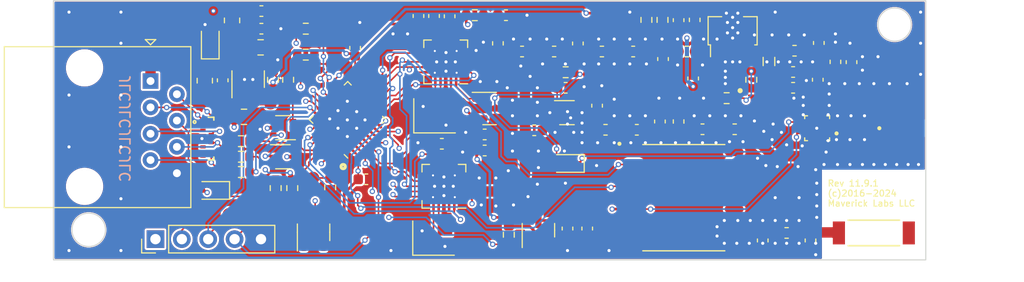
<source format=kicad_pcb>
(kicad_pcb (version 20221018) (generator pcbnew)
  (layers (0 "F.Cu" signal) (1 "In1.Cu" signal) (2 "In2.Cu" signal) (31 "B.Cu" signal) (34 "B.Paste" user) (35 "F.Paste" user) (36 "B.SilkS" user "B.Silkscreen") (37 "F.SilkS" user "F.Silkscreen") (38 "B.Mask" user) (39 "F.Mask" user) (44 "Edge.Cuts" user))
  (net 0 "")
  (net 1 "Net-(AE1-Pad1)")
  (net 2 "Net-(U1-RXp)")
  (net 3 "Net-(C1-Pad2)")
  (net 4 "Net-(C2-Pad1)")
  (net 5 "Net-(C2-Pad2)")
  (net 6 "Net-(U3-Vcc)")
  (net 7 "GND")
  (net 8 "Net-(C4-Pad1)")
  (net 9 "Net-(C4-Pad2)")
  (net 10 "Net-(C5-Pad2)")
  (net 11 "+3.3V")
  (net 12 "/Connections/MCU_UART_TX")
  (net 13 "Net-(C14-Pad2)")
  (net 14 "Net-(C15-Pad2)")
  (net 15 "Net-(C17-Pad2)")
  (net 16 "Net-(C18-Pad1)")
  (net 17 "Net-(C19-Pad2)")
  (net 18 "Net-(C20-Pad2)")
  (net 19 "/Connections/MCU_UART_RX")
  (net 20 "Net-(C21-Pad2)")
  (net 21 "Net-(C22-Pad2)")
  (net 22 "/Power/V_PA")
  (net 23 "/Connections/GPS_STATUS")
  (net 24 "Net-(U6-EN)")
  (net 25 "Net-(U6-BS)")
  (net 26 "Net-(D1-K)")
  (net 27 "Net-(Q2-D)")
  (net 28 "Net-(U4-RF_IN)")
  (net 29 "/Connections/HOST_TX_OFF")
  (net 30 "/Connections/HOST_GPS_STATUS")
  (net 33 "/Connections/HOST_TX_STATUS")
  (net 34 "/Connections/HOST_RX_STATUS")
  (net 35 "/Connections/HOST_UART_RX")
  (net 36 "/Connections/HOST_UART_TX")
  (net 37 "Net-(IC1-ADJ{slash}NC)")
  (net 39 "/Connections/V_IN")
  (net 40 "/Receiver/RF_IN")
  (net 41 "Net-(Q1-D)")
  (net 42 "Net-(Q1-G)")
  (net 43 "/GNSS/GPS_EN")
  (net 44 "/Receiver/V_LNA")
  (net 45 "/Connections/RX_STATUS")
  (net 46 "Net-(U6-FB)")
  (net 47 "/Connections/TX_STATUS")
  (net 48 "/Receiver/TRX_OUT")
  (net 52 "/Connections/MCU_TX_OFF")
  (net 54 "/MCU/V_PA_BIAS")
  (net 55 "/MCU/TRX_SDN")
  (net 56 "/MCU/TRX_DATA")
  (net 57 "/MCU/SPI_SCK")
  (net 58 "Net-(U1-XOUT)")
  (net 59 "Net-(U1-XIN)")
  (net 60 "/MCU/SPI_MISO")
  (net 61 "Net-(Q7-G)")
  (net 62 "/MCU/SPI_MOSI")
  (net 67 "/MCU/TRX_CS")
  (net 69 "/MCU/TRX_CKL")
  (net 70 "Net-(U2-XOUT)")
  (net 71 "Net-(U2-XIN)")
  (net 73 "/MCU/RX_SDN")
  (net 75 "/GNSS/GPS_1PPS")
  (net 77 "/GNSS/GPS_OUT")
  (net 82 "/MCU/RX_DATA")
  (net 83 "/MCU/RX_CS")
  (net 84 "/MCU/RX_CLK")
  (net 85 "Net-(U9-D1)")
  (net 86 "Net-(U9-D2)")
  (net 87 "Net-(U10-D1)")
  (net 88 "Net-(U5-PB6)")
  (net 89 "Net-(U5-PB7)")
  (net 90 "Net-(TP1-P)")
  (net 91 "Net-(TP14-P)")
  (net 92 "Net-(U10-G2)")
  (net 93 "Net-(D3-K)")
  (net 94 "PA_OUT")
  (net 95 "Net-(D4-K)")
  (net 96 "SWDIO")
  (net 97 "SWCLK")
  (net 98 "NRST")
  (footprint "Capacitor_SMD:C_0603_1608Metric" (layer "F.Cu") (at 136.55 93.45 -90)
    (fp_text reference "C35" hide)
    (fp_text value "0.1uf")
  )
  (footprint "Capacitor_SMD:C_0603_1608Metric" (layer "F.Cu") (at 165.9 100.55 -90)
    (fp_text reference "C6" hide)
    (fp_text value "91pF")
  )
  (footprint "TestPads:TP_1.2MM" (layer "F.Cu") (at 164.8 96.1)
    (fp_text reference "TP18" hide)
    (fp_text value "~")
  )
  (footprint "Package_TO_SOT_SMD:SOT-363_SC-70-6" (layer "F.Cu") (at 156.95 99.7)
    (fp_text reference "U3" hide)
    (fp_text value "BGA2800,115")
  )
  (footprint "TestPads:TP_1.2MM" (layer "F.Cu") (at 184.8 98.7)
    (fp_text reference "TP6" hide)
    (fp_text value "~")
  )
  (footprint "Capacitor_SMD:C_0603_1608Metric" (layer "F.Cu") (at 184.35 94.825 -90)
    (fp_text reference "C15" hide)
    (fp_text value "36pF")
  )
  (footprint "KiCadFootprints:SON65P200X200X100-7N-D" (layer "F.Cu") (at 172.2 96.25 180)
    (fp_text reference "IC1" hide)
    (fp_text value "LDFPVR" hide)
  )
  (footprint "Capacitor_SMD:C_0603_1608Metric" (layer "F.Cu") (at 167.7 90.775 90)
    (fp_text reference "C19" hide)
    (fp_text value "22nF")
  )
  (footprint "Capacitor_SMD:C_0603_1608Metric" (layer "F.Cu") (at 152.625 93.8)
    (fp_text reference "C21" hide)
    (fp_text value "20pF")
  )
  (footprint "Capacitor_SMD:C_0603_1608Metric" (layer "F.Cu") (at 123.8 96.575 90)
    (fp_text reference "C27" hide)
    (fp_text value "22nF")
  )
  (footprint "Resistor_SMD:R_0805_2012Metric" (layer "F.Cu") (at 124.7 90.8 -90)
    (fp_text reference "L13" hide)
    (fp_text value "4.7uH")
  )
  (footprint "Capacitor_SMD:C_0603_1608Metric" (layer "F.Cu") (at 181.1 96.525 -90)
    (fp_text reference "C16" hide)
    (fp_text value "2.2nF")
  )
  (footprint "KiCadFootprints:QFN50P200X200X65-13N" (layer "F.Cu") (at 181.04 101.2 180)
    (fp_text reference "U8" hide)
    (fp_text value "SKY13330-397LF")
  )
  (footprint "Capacitor_SMD:C_0603_1608Metric" (layer "F.Cu") (at 151.075 90.3 180)
    (fp_text reference "C20" hide)
    (fp_text value "470pF")
  )
  (footprint "TestPads:TP_1.2MM" (layer "F.Cu") (at 121.4 109.5)
    (fp_text reference "TP15" hide)
    (fp_text value "~")
  )
  (footprint "Capacitor_SMD:C_0603_1608Metric" (layer "F.Cu") (at 153.8 101.4)
    (fp_text reference "C1" hide)
    (fp_text value "2.2nF")
  )
  (footprint "Inductor_SMD:L_0805_2012Metric" (layer "F.Cu") (at 176.4 94.7625 90)
    (fp_text reference "L4" hide)
    (fp_text value "2.2uH")
  )
  (footprint "Capacitor_SMD:C_0603_1608Metric" (layer "F.Cu") (at 144.15 90.375 -90)
    (fp_text reference "C9" hide)
    (fp_text value "22nF")
  )
  (footprint "TestPads:TP_1.2MM" (layer "F.Cu") (at 184.8 103.6)
    (fp_text reference "TP5" hide)
    (fp_text value "~")
  )
  (footprint "Resistor_SMD:R_0603_1608Metric" (layer "F.Cu") (at 174.7 96.525 90)
    (fp_text reference "R5" hide)
    (fp_text value "47k")
  )
  (footprint "Capacitor_SMD:C_0603_1608Metric" (layer "F.Cu") (at 178.725 97.3 180)
    (fp_text reference "C23" hide)
    (fp_text value "2.2uF")
  )
  (footprint "TestPads:TP_1.0MM" (layer "F.Cu") (at 184.8 101.2)
    (fp_text reference "TP1" hide)
    (fp_text value "~")
  )
  (footprint "Capacitor_SMD:C_0603_1608Metric" (layer "F.Cu") (at 181.2 92.975 -90)
    (fp_text reference "C14" hide)
    (fp_text value "110pF")
  )
  (footprint "Capacitor_SMD:C_0603_1608Metric" (layer "F.Cu") (at 156.825 97.3)
    (fp_text reference "C3" hide)
    (fp_text value "22nF")
  )
  (footprint "Capacitor_SMD:C_0603_1608Metric" (layer "F.Cu") (at 163.325 93.8)
    (fp_text reference "C18" hide)
    (fp_text value "2.2nF")
  )
  (footprint "Capacitor_SMD:C_0603_1608Metric" (layer "F.Cu") (at 166.2 94.525 90)
    (fp_text reference "C17" hide)
    (fp_text value "110pF")
  )
  (footprint "Resistor_SMD:R_0603_1608Metric" (layer "F.Cu") (at 128.9 106.975 90)
    (fp_text reference "R17" hide)
    (fp_text value "1k1")
  )
  (footprint "Resistor_SMD:R_0603_1608Metric" (layer "F.Cu") (at 128.642814 96.534515 90)
    (fp_text reference "R7" hide)
    (fp_text value "51k")
  )
  (footprint "Crystal:Crystal_SMD_3225-4Pin_3.2x2.5mm" (layer "F.Cu") (at 144.1 111.8)
    (fp_text reference "Y2" hide)
    (fp_text value "ECS-300-10-33B-CKM-TR")
  )
  (footprint "Package_TO_SOT_SMD:SOT-363_SC-70-6" (layer "F.Cu") (at 129.6 103.95)
    (fp_text reference "U9" hide)
    (fp_text value "SI1926DL-T1-E3")
  )
  (footprint "Inductor_SMD:L_0603_1608Metric" (layer "F.Cu") (at 150.3 93.0125 90)
    (fp_text reference "L9" hide)
    (fp_text value "470nH")
  )
  (footprint "Resistor_SMD:R_0805_2012Metric" (layer "F.Cu") (at 122.075 96.6125 -90)
    (fp_text reference "L12" hide)
    (fp_text value "4.7uH")
  )
  (footprint "Inductor_SMD:L_0603_1608Metric" (layer "F.Cu") (at 160.3125 93.8)
    (fp_text reference "L11" hide)
    (fp_text value "68nH")
  )
  (footprint "Package_TO_SOT_SMD:SOT-23" (layer "F.Cu") (at 149.5 99.3)
    (fp_text reference "Q7" hide)
    (fp_text value "AO3401A")
  )
  (footprint "Inductor_SMD:L_0603_1608Metric" (layer "F.Cu") (at 168.4875 93.8)
    (fp_text reference "L7" hide)
    (fp_text value "20nH")
  )
  (footprint "Diode_SMD:D_SOD-323" (layer "F.Cu") (at 122.6 92.9 90)
    (fp_text reference "D1" hide)
    (fp_text value "BAT54WS")
  )
  (footprint "Capacitor_SMD:C_0603_1608Metric" (layer "F.Cu") (at 149.025 101.8 180)
    (fp_text reference "C7" hide)
    (fp_text value "2.2uF")
  )
  (footprint "Resistor_SMD:R_0603_1608Metric" (layer "F.Cu") (at 166.15 90.75 -90)
    (fp_text reference "R2" hide)
    (fp_text value "10k")
  )
  (footprint "Inductor_SMD:L_0603_1608Metric" (layer "F.Cu") (at 160.6625 101.35)
    (fp_text reference "L1" hide)
    (fp_text value "270nH")
  )
  (footprint "TestPads:TP_1.2MM" (layer "F.Cu") (at 183.2 99.2)
    (fp_text reference "TP2" hide)
    (fp_text value "~")
  )
  (footprint "Capacitor_SMD:C_0603_1608Metric" (layer "F.Cu") (at 127.525 89.9 180)
    (fp_text reference "C25" hide)
    (fp_text value "0.1uf")
  )
  (footprint "Connector_PinHeader_2.54mm:PinHeader_1x05_P2.54mm_Vertical" (layer "F.Cu") (at 117.325 111.9 90)
    (fp_text reference "J2" hide)
    (fp_text value "Conn_01x05" hide)
  )
  (footprint "Package_TO_SOT_SMD:SOT-23" (layer "F.Cu") (at 154.2 111.0375 90)
    (fp_text reference "Q2" hide)
    (fp_text value "AO3401A")
  )
  (footprint "Capacitor_SMD:C_0603_1608Metric" (layer "F.Cu") (at 157 110.875 90)
    (fp_text reference "C30" hide)
    (fp_text value "2.2uF")
  )
  (footprint "Inductor_SMD:L_0603_1608Metric" (layer "F.Cu") (at 169.25 90.75 90)
    (fp_text reference "L8" hide)
    (fp_text value "470nH")
  )
  (footprint "Resistor_SMD:R_0603_1608Metric" (layer "F.Cu") (at 130.1 96.525 90)
    (fp_text reference "R8" hide)
    (fp_text value "16k")
  )
  (footprint "KiCadFootprints:XCVR_L76L-M33" (layer "F.Cu") (at 168.2 107.9)
    (fp_text reference "U4" hide)
    (fp_text value "L76L-M33")
  )
  (footprint "KiCadFootprints:U-DFN3810-9TYPE_B_DIO" (layer "F.Cu") (at 122.299999 102.199999)
    (fp_text reference "CR1" hide)
    (fp_text value "D3V3X8U9LP3810-7")
  )
  (footprint "Crystal:Crystal_SMD_3225-4Pin_3.2x2.5mm" (layer "F.Cu") (at 144.2 100)
    (fp_text reference "Y1" hide)
    (fp_text value "ECS-300-10-33B-CKM-TR")
  )
  (footprint "Capacitor_SMD:C_0603_1608Metric" (layer "F.Cu") (at 158.9 110.875 90)
    (fp_text reference "C31" hide)
    (fp_text value "22nF")
  )
  (footprint "TestPads:TP_1.2MM" (layer "F.Cu") (at 186.4 103.2)
    (fp_text reference "TP7" hide)
    (fp_text value "~")
  )
  (footprint "Connector_RJ:RJ45_Amphenol_54602-x08_Horizontal" (layer "F.Cu") (at 116.85 96.65 -90)
    (fp_text reference "J1" hide)
    (fp_text value "RJ45" hide)
  )
  (footprint "Capacitor_SMD:C_0603_1608Metric" (layer "F.Cu") (at 170 101.3)
    (fp_text reference "C5" hide)
    (fp_text value "3.3pF")
  )
  (footprint "Resistor_SMD:R_0603_1608Metric" (layer "F.Cu") (at 130.5 106.975 -90)
    (fp_text reference "R11" hide)
    (fp_text value "10k")
  )
  (footprint "Resistor_SMD:R_0603_1608Metric" (layer "F.Cu") (at 156.825 95.8 180)
    (fp_text reference "R1" hide)
    (fp_text value "220R")
  )
  (footprint "Inductor_SMD:L_0603_1608Metric" (layer "F.Cu") (at 167.7 100.55 -90)
    (fp_text reference "L3" hide)
    (fp_text value "10nH")
  )
  (footprint "TestPads:TP_1.2MM" (layer "F.Cu") (at 134.3 95)
    (fp_text reference "TP12" hide)
    (fp_text value "~")
  )
  (footprint "Resistor_SMD:R_0603_1608Metric" (layer "F.Cu") (at 172.325 98.3 180)
    (fp_text reference "R6" hide)
    (fp_text value "10k")
  )
  (footprint "Capacitor_SMD:C_0603_1608Metric" (layer "F.Cu") (at 163.675 101.35 180)
    (fp_text reference "C4" hide)
    (fp_text value "3.3pF")
  )
  (footprint "TestPads:TP_1.2MM" (layer "F.Cu") (at 176 100)
    (fp_text reference "TP9" hide)
    (fp_text value "~")
  )
  (footprint "TestPads:TP_1.2MM" (layer "F.Cu") (at 134.3 91.9)
    (fp_text reference "TP11" hide)
    (fp_text value "~")
  )
  (footprint "Diode_SMD:D_SOD-323" (layer "F.Cu") (at 157 104.6 180)
    (fp_text reference "D4" hide)
    (fp_text value "BAT54WS")
  )
  (footprint "Capacitor_SMD:C_0603_1608Metric" (layer "F.Cu") (at 142.65 90.375 -90)
    (fp_text reference "C10" hide)
    (fp_text value "2.2uF")
  )
  (footprint "Resistor_SMD:R_0603_1608Metric" (layer "F.Cu") (at 131.8 91.6)
    (fp_text reference "R12" hide)
    (fp_text value "1k1")
  )
  (footprint "Capacitor_SMD:C_0603_1608Metric" (layer "F.Cu") (at 137.625 106.125 180)
    (fp_text reference "C34" hide)
    (fp_text value "0.1uf")
  )
  (footprint "TestPads:TP_1.2MM" (layer "F.Cu") (at 126.7 106.9)
    (fp_text reference "TP19" hide)
    (fp_text value "~")
  )
  (footprint "Package_DFN_QFN:QFN-32-1EP_5x5mm_P0.5mm_EP3.45x3.45mm" (layer "F.Cu") (at 135.83899 100.386136 135)
    (fp_text reference "U5" hide)
    (fp_text value "STM32L432KBUx")
  )
  (footprint "TestPads:TP_1.2MM" (layer "F.Cu") (at 128.4 98.8)
    (fp_text reference "TP8" hide)
    (fp_text value "~")
  )
  (footprint "Capacitor_SMD:C_0603_1608Metric" (layer "F.Cu") (at 158 93.025 -90)
    (fp_text reference "C22" hide)
    (fp_text value "16pF")
  )
  (footprint "Resistor_SMD:R_0603_1608Metric" (layer "F.Cu") (at 125.55 102.45)
    (fp_text reference "R14" hide)
    (fp_text value "100R")
  )
  (footprint "TestPads:TP_1.2MM" (layer "F.Cu") (at 118.8 92)
    (fp_text reference "TP10" hide)
    (fp_text value "~")
  )
  (footprint "Resistor_SMD:R_0603_1608Metric" (layer "F.Cu") (at 125.55 103.95)
    (fp_text reference "R15" hide)
    (fp_text value "100R")
  )
  (footprint "Capacitor_SMD:C_0603_1608Metric" (layer "F.Cu") (at 175.8 112.025 90)
    (fp_text reference "C32" hide)
    (fp_text value "4pF")
  )
  (footprint "TestPads:TP_1.2MM" (layer "F.Cu") (at 124.4 109.5)
    (fp_text reference "TP16" hide)
    (fp_text value "~")
  )
  (footprint "TestPads:TP_1.2MM" (layer "F.Cu") (at 127.3 109.5)
    (fp_text reference "TP17" hide)
    (fp_text value "~")
  )
  (footprint "Capacitor_SMD:C_0805_2012Metric" (layer "F.Cu") (at 127.45 93.4)
    (fp_text reference "C29" hide)
    (fp_text value "10uF")
  )
  (footprint "Capacitor_SMD:C_0805_2012Metric" (layer "F.Cu") (at 125.85 100.1)
    (fp_text reference "C28" hide)
    (fp_text value "22uF")
  )
  (footprint "Inductor_SMD:L_0603_1608Metric" (layer "F.Cu") (at 178.8625 93.725)
    (fp_text reference "L5" hide)
    (fp_text value "13nH")
  )
  (footprint "Package_TO_SOT_SMD:SOT-363_SC-70-6" (layer "F.Cu") (at 129.6 101.15 180)
    (fp_text reference "U10" hide)
    (fp_text value "SI1926DL-T1-E3")
  )
  (footprint "Package_DFN_QFN:QFN-20-1EP_4x4mm_P0.5mm_EP2.6x2.6mm_ThermalVias" (layer "F.Cu") (at 145.275 94.8 180)
    (fp_text reference "U1" hide)
    (fp_text value "Si4460")
  )
  (footprint "Resistor_SMD:R_0603_1608Metric" (layer "F.Cu") (at 125.55 105.425)
    (fp_text reference "R16" hide)
    (fp_text value "100R")
  )
  (footprint "Diode_SMD:D_SOD-323" (layer "F.Cu") (at 122.85 107.2 180)
    (fp_text reference "D3" hide)
    (fp_text value "BAT54WS")
  )
  (footprint "Inductor_SMD:L_0603_1608Metric" (layer "F.Cu") (at 182.8 94.8 -90)
    (fp_text reference "L6" hide)
    (fp_text value "39nH")
  )
  (footprint "Capacitor_SMD:C_0603_1608Metric" (layer "F.Cu") (at 159.85 99.025 -90)
    (fp_text reference "C2" hide)
    (fp_text value "2.2nF")
  )
  (footprint "TestPads:TP_1.2MM" (layer "F.Cu") (at 186.4 99.2)
    (fp_text reference "TP4" hide)
    (fp_text value "~")
  )
  (footprint "Capacitor_SMD:C_0603_1608Metric" (layer "F.Cu") (at 144.9 102.7)
    (fp_text reference "C11" hide)
    (fp_text value "22nF")
  )
  (footprint "TestPads:TP_1.2MM" (layer "F.Cu") (at 159.1 96)
    (fp_text reference "TP13" hide)
    (fp_text value "~")
  )
  (footprint "Inductor_SMD:L_0603_1608Metric" (layer "F.Cu") (at 173.1 101.3)
    (fp_text reference "L2" hide)
    (fp_text value "270nH")
  )
  (footprint "Package_TO_SOT_SMD:SOT-23-6" (layer "F.Cu") (at 126.25 96.4625 90)
    (fp_text reference "U6" hide)
    (fp_text value "AP3211K")
  )
  (footprint "Resistor_SMD:R_0603_1608Metric" (layer "F.Cu") (at 131.8 94.1)
    (fp_text reference "R13" hide)
    (fp_text value "1k1")
  )
  (footprint "Resistor_SMD:R_0603_1608Metric" (layer "F.Cu") (at 151.35 111.475 -90)
    (fp_text reference "R9" hide)
    (fp_text value "10k")
  )
  (footprint "TestPads:TP_1.2MM" (layer "F.Cu") (at 132.5 106)
    (fp_text reference "TP14" hide)
    (fp_text value "~")
  )
  (footprint "Resistor_SMD:R_0603_1608Metric" (layer "F.Cu") (at 164.6 90.75 90)
    (fp_text reference "R3" hide)
    (fp_text value "3k3")
  )
  (footprint "Capacitor_SMD:C_0603_1608Metric" (layer "F.Cu") (at 145.65 90.4 -90)
    (fp_text reference "C8" hide)
    (fp_text value "91pF")
  )
  (footprint "KiCadFootprints:ANT_1575AT_JOT" (layer "F.Cu") (at 186.5 111.3)
    (fp_text reference "AE1" hide)
    (fp_text value "1575AT43A0040E")
  )
  (footprint "KiCadFootprints:RFSOLUTIONS_CON-SMA-EDGE-S" (layer "F.Cu") (at 189.4275 101.2 180)
    (fp_text reference "J3" hide)
    (fp_text value "CON-SMA-EDGE-S" hide)
  )
  (footprint "Package_TO_SOT_SMD:SOT-23-5" (layer "F.Cu") (at 132.55 111.2375 90)
    (fp_text reference "U7" hide)
    (fp_text value "24LC01BT/OT")
  )
  (footprint "Capacitor_SMD:C_0603_1608Metric" (layer "F.Cu") (at 180.4 112.025 90)
    (fp_text reference "C33" hide)
    (fp_text value "2.2pF")
  )
  (footprint "Package_DFN_QFN:QFN-20-1EP_4x4mm_P0.5mm_EP2.6x2.6mm_ThermalVias" (layer "F.Cu") (at 145.1 106.8 180)
    (fp_text reference "U2" hide)
    (fp_text value "Si4460")
  )
  (footprint "Inductor_SMD:L_0603_1608Metric" (layer "F.Cu") (at 155.7125 93.8)
    (fp_text reference "L10" hide)
    (fp_text value "47nH")
  )
  (footprint "Package_TO_SOT_SMD:SOT-89-3" (layer "F.Cu") (at 172.9 91.8 90)
    (fp_text reference "Q1" hide)
    (fp_text value "AFT05MS004NT1")
  )
  (footprint "Capacitor_SMD:C_0603_1608Metric" (layer "F.Cu") (at 169.1 96.4 -90)
    (fp_text reference "C24" hide)
    (fp_text value "2.2uF")
  )
  (footprint "Capacitor_SMD:C_0603_1608Metric" (layer "F.Cu") (at 149.025 103.35 180)
    (fp_text reference "C12" hide)
    (fp_text value "91pF")
  )
  (footprint "Capacitor_SMD:C_0603_1608Metric" (layer "F.Cu") (at 127.525 91.6 180)
    (fp_text reference "C26" hide)
    (fp_text value "0.1uf")
  )
  (footprint "Resistor_SMD:R_0603_1608Metric" (layer "F.Cu") (at 148.075 90.3)
    (fp_text reference "R4" hide)
    (fp_text value "22R")
  )
  (footprint "Resistor_SMD:R_0603_1608Metric" (layer "F.Cu") (at 134.15 106.9 -90)
    (fp_text reference "R10" hide)
    (fp_text value "10k")
  )
  (footprint "Capacitor_SMD:C_0603_1608Metric" (layer "F.Cu") (at 178.725 95.775 180)
    (fp_text reference "C13" hide)
    (fp_text value "470pF")
  )
  (footprint "Inductor_SMD:L_0603_1608Metric" (layer "F.Cu") (at 178.1 111.3 180)
    (fp_text reference "L14" hide)
    (fp_text value "5.6nH")
  )
  (footprint "TestPads:TP_1.2MM" (layer "F.Cu") (at 183.2 103.2)
    (fp_text reference "TP3" hide)
    (fp_text value "~")
  )
  (gr_circle (center 135.4 104.9) (end 135.6 104.9) (stroke (width 0.3)) (fill none) (layer "F.SilkS"))
  (gr_rect (start 107.5 88.9) (end 191.5 113.9) (stroke (width 0.1)) (fill none) (layer "Edge.Cuts"))
  (gr_circle (center 188.5 91.2) (end 190.1 91.3) (stroke (width 0.1)) (fill none) (layer "Edge.Cuts"))
  (gr_circle (center 110.9 111) (end 112.5 111.2) (stroke (width 0.1)) (fill none) (layer "Edge.Cuts"))
  (gr_text "JLCJLCJLCJLC" (at 115 96 90) (layer "B.SilkS") (effects (font (size 1 1)) (justify left bottom mirror)))
  (gr_text "Rev 11.9.1\n(c)2016-2024\nMaverick Labs LLC" (at 182 108.8) (layer "F.SilkS") (effects (font (size 0.6 0.6) (thickness 0.1) bold) (justify left bottom)))
  (segment (start 180.4 111.25) (end 182.619 111.25) (width 1) (layer "F.Cu") (net 1))
  (segment (start 182.619 111.25) (end 182.669 111.3) (width 1) (layer "F.Cu") (net 1))
  (segment (start 178.8875 111.3) (end 178.9375 111.25) (width 1) (layer "F.Cu") (net 1))
  (segment (start 178.9375 111.25) (end 180.4 111.25) (width 1) (layer "F.Cu") (net 1))
  (segment (start 148.6 95.3) (end 147.2 95.3) (width 0.254) (layer "F.Cu") (net 2))
  (segment (start 152.9 105.585786) (end 152.9 98.6) (width 1) (layer "F.Cu") (net 2))
  (segment (start 150.485786 95.3) (end 148.6 95.3) (width 1) (layer "F.Cu") (net 2))
  (segment (start 151.892893 107.007107) (end 152.607107 106.292893) (width 1) (layer "F.Cu") (net 2))
  (segment (start 152.9 98.6) (end 152.9 97.714214) (width 1) (layer "F.Cu") (net 2))
  (segment (start 148.5 107.3) (end 151.185786 107.3) (width 1) (layer "F.Cu") (net 2))
  (segment (start 152.607107 97.007107) (end 151.6 96) (width 1) (layer "F.Cu") (net 2))
  (segment (start 151.6 96) (end 151.192893 95.592893) (width 1) (layer "F.Cu") (net 2))
  (segment (start 148.5 107.3) (end 147.025 107.3) (width 0.254) (layer "F.Cu") (net 2))
  (arc (start 152.607107 97.007107) (mid 152.82388 97.33153) (end 152.9 97.714214) (width 1) (layer "F.Cu") (net 2))
  (arc (start 150.485786 95.3) (mid 150.868469 95.37612) (end 151.192893 95.592893) (width 1) (layer "F.Cu") (net 2))
  (arc (start 151.892893 107.007107) (mid 151.56847 107.22388) (end 151.185786 107.3) (width 1) (layer "F.Cu") (net 2))
  (arc (start 152.607107 106.292893) (mid 152.82388 105.968469) (end 152.9 105.585786) (width 1) (layer "F.Cu") (net 2))
  (segment (start 155.95 100.35) (end 154.9 101.4) (width 0.4) (layer "F.Cu") (net 3))
  (segment (start 156 100.35) (end 155.95 100.35) (width 0.4) (layer "F.Cu") (net 3))
  (segment (start 154.9 101.4) (end 154.575 101.4) (width 0.4) (layer "F.Cu") (net 3))
  (segment (start 157.9 99.05) (end 159.05 99.05) (width 0.254) (layer "F.Cu") (net 4))
  (segment (start 159.05 99.05) (end 159.85 98.25) (width 0.254) (layer "F.Cu") (net 4))
  (segment (start 159.875 99.825) (end 159.85 99.8) (width 1) (layer "F.Cu") (net 5))
  (segment (start 159.875 101.35) (end 159.875 99.825) (width 1) (layer "F.Cu") (net 5))
  (segment (start 156 97.25) (end 156.05 97.3) (width 0.152) (layer "F.Cu") (net 6))
  (segment (start 156 99.05) (end 156 97.35) (width 0.152) (layer "F.Cu") (net 6))
  (segment (start 156 97.35) (end 156.05 97.3) (width 0.152) (layer "F.Cu") (net 6))
  (segment (start 156 95.8) (end 156 97.25) (width 0.152) (layer "F.Cu") (net 6))
  (via (at 175 100.5) (size 0.5) (drill 0.3) (layers "F.Cu" "B.Cu") (net 7))
  (via (at 144.4 94.8) (size 0.5) (drill 0.3) (layers "F.Cu" "B.Cu") (net 7))
  (via (at 184.3 100) (size 0.5) (drill 0.3) (layers "F.Cu" "B.Cu") (net 7))
  (via (at 164.5 102.6) (size 0.5) (drill 0.3) (layers "F.Cu" "B.Cu") (net 7))
  (via (at 134.9 101.2) (size 0.5) (drill 0.3) (layers "F.Cu" "B.Cu") (net 7))
  (via (at 150.1 106) (size 0.5) (drill 0.3) (layers "F.Cu" "B.Cu") (net 7))
  (via (at 145.3 95.7) (size 0.5) (drill 0.3) (layers "F.Cu" "B.Cu") (net 7))
  (via (at 181 101.2) (size 0.5) (drill 0.3) (layers "F.Cu" "B.Cu") (net 7))
  (via (at 155.3 99.7) (size 0.5) (drill 0.3) (layers "F.Cu" "B.Cu") (net 7))
  (via (at 161.5 98.4) (size 0.5) (drill 0.3) (layers "F.Cu" "B.Cu") (net 7))
  (via (at 122.1 91.2) (size 0.5) (drill 0.3) (layers "F.Cu" "B.Cu") (net 7))
  (via (at 145.1 105.9) (size 0.5) (drill 0.3) (layers "F.Cu" "B.Cu") (net 7))
  (via (at 164.5 92.6) (size 0.5) (drill 0.3) (layers "F.Cu" "B.Cu") (net 7))
  (via (at 114 90) (size 0.5) (drill 0.3) (layers "F.Cu" "B.Cu") (net 7))
  (via (at 179.2 104.9) (size 0.5) (drill 0.3) (layers "F.Cu" "B.Cu") (net 7))
  (via (at 151.8 92.6) (size 0.5) (drill 0.3) (layers "F.Cu" "B.Cu") (net 7))
  (via (at 169.2 100) (size 0.5) (drill 0.3) (layers "F.Cu" "B.Cu") (net 7))
  (via (at 173.4 110.1) (size 0.5) (drill 0.3) (layers "F.Cu" "B.Cu") (net 7))
  (via (at 181 109.8) (size 0.5) (drill 0.3) (layers "F.Cu" "B.Cu") (net 7))
  (via (at 182.9 102.3) (size 0.5) (drill 0.3) (layers "F.Cu" "B.Cu") (net 7))
  (via (at 156.7 103.4) (size 0.5) (drill 0.3) (layers "F.Cu" "B.Cu") (net 7))
  (via (at 183.7 96.9) (size 0.5) (drill 0.3) (layers "F.Cu" "B.Cu") (net 7))
  (via (at 161.5 100) (size 0.5) (drill 0.3) (layers "F.Cu" "B.Cu") (net 7))
  (via (at 185.1 96.9) (size 0.5) (drill 0.3) (layers "F.Cu" "B.Cu") (net 7))
  (via (at 158.6 95) (size 0.5) (drill 0.3) (layers "F.Cu" "B.Cu") (net 7))
  (via (at 186.5 96.9) (size 0.5) (drill 0.3) (layers "F.Cu" "B.Cu") (net 7))
  (via (at 176.1 104.8) (size 0.5) (drill 0.3) (layers "F.Cu" "B.Cu") (net 7))
  (via (at 172.1 112.3) (size 0.5) (drill 0.3) (layers "F.Cu" "B.Cu") (net 7))
  (via (at 189.8 104.7) (size 0.5) (drill 0.3) (layers "F.Cu" "B.Cu") (net 7))
  (via (at 114 108) (size 0.5) (drill 0.3) (layers "F.Cu" "B.Cu") (net 7))
  (via (at 176.7 92.2) (size 0.5) (drill 0.3) (layers "F.Cu" "B.Cu") (net 7))
  (via (at 167.6 92.6) (size 0.5) (drill 0.3) (layers "F.Cu" "B.Cu") (net 7))
  (via (at 159.9 102.6) (size 0.5) (drill 0.3) (layers "F.Cu" "B.Cu") (net 7))
  (via (at 145.3 100.9) (size 0.5) (drill 0.3) (layers "F.Cu" "B.Cu") (net 7))
  (via (at 126.7 96.5) (size 0.5) (drill 0.3) (layers "F.Cu" "B.Cu") (net 7))
  (via (at 182.1 102.4) (size 0.5) (drill 0.3) (layers "F.Cu" "B.Cu") (net 7))
  (via (at 135.8 102) (size 0.5) (drill 0.3) (layers "F.Cu" "B.Cu") (net 7))
  (via (at 172.9 94.8) (size 0.5) (drill 0.3) (layers "F.Cu" "B.Cu") (net 7))
  (via (at 185.4 95.6) (size 0.5) (drill 0.3) (layers "F.Cu" "B.Cu") (net 7))
  (via (at 178.1 110.1) (size 0.5) (drill 0.3) (layers "F.Cu" "B.Cu") (net 7))
  (via (at 186.9 94.3) (size 0.5) (drill 0.3) (layers "F.Cu" "B.Cu") (net 7))
  (via (at 153.2 107.8) (size 0.5) (drill 0.3) (layers "F.Cu" "B.Cu") (net 7))
  (via (at 181.9 103.5) (size 0.5) (drill 0.3) (layers "F.Cu" "B.Cu") (net 7))
  (via (at 163 100) (size 0.5) (drill 0.3) (layers "F.Cu" "B.Cu") (net 7))
  (via (at 181 107.6) (size 0.5) (drill 0.3) (layers "F.Cu" "B.Cu") (net 7))
  (via (at 143 111.1) (size 0.5) (drill 0.3) (layers "F.Cu" "B.Cu") (net 7))
  (via (at 172.2 96.9) (size 0.5) (drill 0.3) (layers "F.Cu" "B.Cu") (net 7))
  (via (at 121.8 102.2) (size 0.5) (drill 0.3) (layers "F.Cu" "B.Cu") (net 7))
  (via (at 158.6 97.2) (size 0.5) (drill 0.3) (layers "F.Cu" "B.Cu") (net 7))
  (via (at 114 93) (size 0.5) (drill 0.3) (layers "F.Cu" "B.Cu") (net 7))
  (via (at 185.6 102.3) (size 0.5) (drill 0.3) (layers "F.Cu" "B.Cu") (net 7))
  (via (at 151.7 98.5) (size 0.5) (drill 0.3) (layers "F.Cu" "B.Cu") (net 7))
  (via (at 177 112.3) (size 0.5) (drill 0.3) (layers "F.Cu" "B.Cu") (net 7))
  (via (at 166.1 92.6) (size 0.5) (drill 0.3) (layers "F.Cu" "B.Cu") (net 7))
  (via (at 184.2 93) (size 0.5) (drill 0.3) (layers "F.Cu" "B.Cu") (net 7))
  (via (at 175 92.2) (size 0.5) (drill 0.3) (layers "F.Cu" "B.Cu") (net 7))
  (via (at 176.2 94.8) (size 0.5) (drill 0.3) (layers "F.Cu" "B.Cu") (net 7))
  (via (at 179.3 112.3) (size 0.5) (drill 0.3) (layers "F.Cu" "B.Cu") (net 7))
  (via (at 184.2 102.3) (size 0.5) (drill 0.3) (layers "F.Cu" "B.Cu") (net 7))
  (via (at 175.8 110.1) (size 0.5) (drill 0.3) (layers "F.Cu" "B.Cu") (net 7))
  (via (at 184.2 104.7) (size 0.5) (drill 0.3) (layers "F.Cu" "B.Cu") (net 7))
  (via (at 154.1 98.7) (size 0.5) (drill 0.3) (layers "F.Cu" "B.Cu") (net 7))
  (via (at 160 92.6) (size 0.5) (drill 0.3) (layers "F.Cu" "B.Cu") (net 7))
  (via (at 140 113) (size 0.5) (drill 0.3) (layers "F.Cu" "B.Cu") (net 7))
  (via (at 191 96) (size 0.5) (drill 0.3) (layers "F.Cu" "B.Cu") (net 7))
  (via (at 154.6 95) (size 0.5) (drill 0.3) (layers "F.Cu" "B.Cu") (net 7))
  (via (at 158.4 102.6) (size 0.5) (drill 0.3) (layers "F.Cu" "B.Cu") (net 7))
  (via (at 182.2 99) (size 0.5) (drill 0.3) (layers "F.Cu" "B.Cu") (net 7))
  (via (at 161 113) (size 0.5) (drill 0.3) (layers "F.Cu" "B.Cu") (net 7))
  (via (at 171.4 110.7) (size 0.5) (drill 0.3) (layers "F.Cu" "B.Cu") (net 7))
  (via (at 172.9 92.5) (size 0.5) (drill 0.3) (layers "F.Cu" "B.Cu") (net 7))
  (via (at 178.8 98.3) (size 0.5) (drill 0.3) (layers "F.Cu" "B.Cu") (net 7))
  (via (at 179.7 99) (size 0.5) (drill 0.3) (layers "F.Cu" "B.Cu") (net 7))
  (via (at 167.4 102.6) (size 0.5) (drill 0.3) (layers "F.Cu" "B.Cu") (net 7))
  (via (at 170 95.1) (size 0.5) (drill 0.3) (layers "F.Cu" "B.Cu") (net 7))
  (via (at 191 90) (size 0.5) (drill 0.3) (layers "F.Cu" "B.Cu") (net 7))
  (via (at 172.6 102.5) (size 0.5) (drill 0.3) (layers "F.Cu" "B.Cu") (net 7))
  (via (at 151.8 108.6) (size 0.5) (drill 0.3) (layers "F.Cu" "B.Cu") (net 7))
  (via (at 172.4 92) (size 0.5) (drill 0.3) (layers "F.Cu" "B.Cu") (net 7))
  (via (at 148.9 92.9) (size 0.5) (drill 0.3) (layers "F.Cu" "B.Cu") (net 7))
  (via (at 147.2 101.6) (size 0.5) (drill 0.3) (layers "F.Cu" "B.Cu") (net 7))
  (via (at 179.3 110.1) (size 0.5) (drill 0.3) (layers "F.Cu" "B.Cu") (net 7))
  (via (at 150.1 108.7) (size 0.5) (drill 0.3) (layers "F.Cu" "B.Cu") (net 7))
  (via (at 177 90) (size 0.5) (drill 0.3) (layers "F.Cu" "B.Cu") (net 7))
  (via (at 176.7 102.3) (size 0.5) (drill 0.3) (layers "F.Cu" "B.Cu") (net 7))
  (via (at 173.4 92) (size 0.5) (drill 0.3) (layers "F.Cu" "B.Cu") (net 7))
  (via (at 177.2 104.9) (size 0.5) (drill 0.3) (layers "F.Cu" "B.Cu") (net 7))
  (via (at 188.7 104.7) (size 0.5) (drill 0.3) (layers "F.Cu" "B.Cu") (net 7))
  (via (at 142.6 102.6) (size 0.5) (drill 0.3) (layers "F.Cu" "B.Cu") (net 7))
  (via (at 161.5 95) (size 0.5) (drill 0.3) (layers "F.Cu" "B.Cu") (net 7))
  (via (at 173.3 112.3) (size 0.5) (drill 0.3) (layers "F.Cu" "B.Cu") (net 7))
  (via (at 158.4 101.6) (size 0.5) (drill 0.3) (layers "F.Cu" "B.Cu") (net 7))
  (via (at 178.4 94.8) (size 0.5) (drill 0.3) (layers "F.Cu" "B.Cu") (net 7))
  (via (at 181 106.5) (size 0.5) (drill 0.3) (layers "F.Cu" "B.Cu") (net 7))
  (via (at 173.7 100) (size 0.5) (drill 0.3) (layers "F.Cu" "B.Cu") (net 7))
  (via (at 182.8 92.9) (size 0.5) (drill 0.3) (layers "F.Cu" "B.Cu") (net 7))
  (via (at 127.4 101.3) (size 0.5) (drill 0.3) (layers "F.Cu" "B.Cu") (net 7))
  (via (at 182.2 97.9) (size 0.5) (drill 0.3) (layers "F.Cu" "B.Cu") (net 7))
  (via (at 160 95) (size 0.5) (drill 0.3) (layers "F.Cu" "B.Cu") (net 7))
  (via (at 181 108.7) (size 0.5) (drill 0.3) (layers "F.Cu" "B.Cu") (net 7))
  (via (at 148.2 93.7) (size 0.5) (drill 0.3) (layers "F.Cu" "B.Cu") (net 7))
  (via (at 109 98) (size 0.5) (drill 0.3) (layers "F.Cu" "B.Cu") (net 7))
  (via (at 182.8 92.1) (size 0.5) (drill 0.3) (layers "F.Cu" "B.Cu") (net 7))
  (via (at 178.1 112.3) (size 0.5) (drill 0.3) (layers "F.Cu" "B.Cu") (net 7))
  (via (at 140.2 92.1) (size 0.5) (drill 0.3) (layers "F.Cu" "B.Cu") (net 7))
  (via (at 170.7 100) (size 0.5) (drill 0.3) (layers "F.Cu" "B.Cu") (net 7))
  (via (at 137 91) (size 0.5) (drill 0.3) (layers "F.Cu" "B.Cu") (net 7))
  (via (at 183 100) (size 0.5) (drill 0.3) (layers "F.Cu" "B.Cu") (net 7))
  (via (at 163 90) (size 0.5) (drill 0.3) (layers "F.Cu" "B.Cu") (net 7))
  (via (at 183 104.7) (size 0.5) (drill 0.3) (layers "F.Cu" "B.Cu") (net 7))
  (via (at 158.4 100.7) (size 0.5) (drill 0.3) (layers "F.Cu" "B.Cu") (net 7))
  (via (at 152.5 95.2) (size 0.5) (drill 0.3) (layers "F.Cu" "B.Cu") (net 7))
  (via (at 109 113) (size 0.5) (drill 0.3) (layers "F.Cu" "B.Cu") (net 7))
  (via (at 177 110.1) (size 0.5) (drill 0.3) (layers "F.Cu" "B.Cu") (net 7))
  (via (at 154.1 97.3) (size 0.5) (drill 0.3) (layers "F.Cu" "B.Cu") (net 7))
  (via (at 151.3 105.3) (size 0.5) (drill 0.3) (layers "F.Cu" "B.Cu") (net 7))
  (via (at 153.1 90.3) (size 0.5) (drill 0.3) (layers "F.Cu" "B.Cu") (net 7))
  (via (at 172.3 90.1) (size 0.5) (drill 0.3) (layers "F.Cu" "B.Cu") (net 7))
  (via (at 148.6 96.7) (size 0.5) (drill 0.3) (layers "F.Cu" "B.Cu") (net 7))
  (via (at 143.1 99.1) (size 0.5) (drill 0.3) (layers "F.Cu" "B.Cu") (net 7))
  (via (at 170 102.6) (size 0.5) (drill 0.3) (layers "F.Cu" "B.Cu") (net 7))
  (via (at 164.6 95) (size 0.5) (drill 0.3) (layers "F.Cu" "B.Cu") (net 7))
  (via (at 109 103) (size 0.5) (drill 0.3) (layers "F.Cu" "B.Cu") (net 7))
  (via (at 153.4 92.6) (size 0.5) (drill 0.3) (layers "F.Cu" "B.Cu") (net 7))
  (via (at 178.1 102.8) (size 0.5) (drill 0.3) (layers "F.Cu" "B.Cu") (net 7))
  (via (at 180.9 105.2) (size 0.5) (drill 0.3) (layers "F.Cu" "B.Cu") (net 7))
  (via (at 172.2 95.7) (size 0.5) (drill 0.3) (layers "F.Cu" "B.Cu") (net 7))
  (via (at 157.6 101.6) (size 0.5) (drill 0.3) (layers "F.Cu" "B.Cu") (net 7))
  (via (at 174.5 112.3) (size 0.5) (drill 0.3) (layers "F.Cu" "B.Cu") (net 7))
  (via (at 153.4 96.2) (size 0.5) (drill 0.3) (layers "F.Cu" "B.Cu") (net 7))
  (via (at 150.2 96.7) (size 0.5) (drill 0.3) (layers "F.Cu" "B.Cu") (net 7))
  (via (at 157 113) (size 0.5) (drill 0.3) (layers "F.Cu" "B.Cu") (net 7))
  (via (at 154.2 103.4) (size 0.5) (drill 0.3) (layers "F.Cu" "B.Cu") (net 7))
  (via (at 114 103) (size 0.5) (drill 0.3) (layers "F.Cu" "B.Cu") (net 7))
  (via (at 163 92.6) (size 0.5) (drill 0.3) (layers "F.Cu" "B.Cu") (net 7))
  (via (at 151.7 100) (size 0.5) (drill 0.3) (layers "F.Cu" "B.Cu") (net 7))
  (via (at 170.1 92.6) (size 0.5) (drill 0.3) (layers "F.Cu" "B.Cu") (net 7))
  (via (at 177.3 94.8) (size 0.5) (drill 0.3) (layers "F.Cu" "B.Cu") (net 7))
  (via (at 156.8 106.5) (size 0.5) (drill 0.3) (layers "F.Cu" "B.Cu") (net 7))
  (via (at 180.6 94.8) (size 0.5) (drill 0.3) (layers "F.Cu" "B.Cu") (net 7))
  (via (at 170.1 98.3) (size 0.5) (drill 0.3) (layers "F.Cu" "B.Cu") (net 7))
  (via (at 165.8 98.3) (size 0.5) (drill 0.3) (layers "F.Cu" "B.Cu") (net 7))
  (via (at 172.1 110.1) (size 0.5) (drill 0.3) (layers "F.Cu" "B.Cu") (net 7))
  (via (at 154.1 100) (size 0.5) (drill 0.3) (layers "F.Cu" "B.Cu") (net 7))
  (via (at 134.9 99.5) (size 0.5) (drill 0.3) (layers "F.Cu" "B.Cu") (net 7))
  (via (at 135.8 98.6) (size 0.5) (drill 0.3) (layers "F.Cu" "B.Cu") (net 7))
  (via (at 182.1 99.9) (size 0.5) (drill 0.3) (layers "F.Cu" "B.Cu") (net 7))
  (via (at 160.3 97.1) (size 0.5) (drill 0.3) (layers "F.Cu" "B.Cu") (net 7))
  (via (at 125.9 96.5) (size 0.5) (drill 0.3) (layers "F.Cu" "B.Cu") (net 7))
  (via (at 157 99.6) (size 0.5) (drill 0.3) (layers "F.Cu" "B.Cu") (net 7))
  (via (at 137.5 100.4) (size 0.5) (drill 0.3) (layers "F.Cu" "B.Cu") (net 7))
  (via (at 146.9 103.5) (size 0.5) (drill 0.3) (layers "F.Cu" "B.Cu") (net 7))
  (via (at 145.2 112.6) (size 0.5) (drill 0.3) (layers "F.Cu" "B.Cu") (net 7))
  (via (at 167.8 98.3) (size 0.5) (drill 0.3) (layers "F.Cu" "B.Cu") (net 7))
  (via (at 166 102.6) (size 0.5) (drill 0.3) (layers "F.Cu" "B.Cu") (net 7))
  (via (at 159.8 104.8) (size 0.5) (drill 0.3) (layers "F.Cu" "B.Cu") (net 7))
  (via (at 172.9 91.5) (size 0.5) (drill 0.3) (layers "F.Cu" "B.Cu") (net 7))
  (via (at 173.6 94.8) (size 0.5) (drill 0.3) (layers "F.Cu" "B.Cu") (net 7))
  (via (at 172.2 94.8) (size 0.5) (drill 0.3) (layers "F.Cu" "B.Cu") (net 7))
  (via (at 177 107.9) (size 0.5) (drill 0.3) (layers "F.Cu" "B.Cu") (net 7))
  (via (at 144.2 106.8) (size 0.5) (drill 0.3) (layers "F.Cu" "B.Cu") (net 7))
  (via (at 129.4 91.6) (size 0.5) (drill 0.3) (layers "F.Cu" "B.Cu") (net 7))
  (via (at 172.9 90.5) (size 0.5) (drill 0.3) (layers "F.Cu" "B.Cu") (net 7))
  (via (at 141.6 92.1) (size 0.5) (drill 0.3) (layers "F.Cu" "B.Cu") (net 7))
  (via (at 148.5 106) (size 0.5) (drill 0.3) (layers "F.Cu" "B.Cu") (net 7))
  (via (at 185.6 100) (size 0.5) (drill 0.3) (layers "F.Cu" "B.Cu") (net 7))
  (via (at 164.5 100) (size 0.5) (drill 0.3) (layers "F.Cu" "B.Cu") (net 7))
  (via (at 171.4 92.6) (size 0.5) (drill 0.3) (layers "F.Cu" "B.Cu") (net 7))
  (via (at 154.1 106.6) (size 0.5) (drill 0.3) (layers "F.Cu" "B.Cu") (net 7))
  (via (at 114 113) (size 0.5) (drill 0.3) (layers "F.Cu" "B.Cu") (net 7))
  (via (at 179.7 98.2) (size 0.5) (drill 0.3) (layers "F.Cu" "B.Cu") (net 7))
  (via (at 173.9 102.5) (size 0.5) (drill 0.3) (layers "F.Cu" "B.Cu") (net 7))
  (via (at 136.7 99.6) (size 0.5) (drill 0.3) (layers "F.Cu" "B.Cu") (net 7))
  (via (at 156.5 92.6) (size 0.5) (drill 0.3) (layers "F.Cu" "B.Cu") (net 7))
  (via (at 185.4 94.3) (size 0.5) (drill 0.3) (layers "F.Cu" "B.Cu") (net 7))
  (via (at 181.7 104.7) (size 0.5) (drill 0.3) (layers "F.Cu" "B.Cu") (net 7))
  (via (at 146.2 94.8) (size 0.5) (drill 0.3) (layers "F.Cu" "B.Cu") (net 7))
  (via (at 146 106.8) (size 0.5) (drill 0.3) (layers "F.Cu" "B.Cu") (net 7))
  (via (at 114 98) (size 0.5) (drill 0.3) (layers "F.Cu" "B.Cu") (net 7))
  (via (at 175.8 112.3) (size 0.5) (drill 0.3) (layers "F.Cu" "B.Cu") (net 7))
  (via (at 172.4 91) (size 0.5) (drill 0.3) (layers "F.Cu" "B.Cu") (net 7))
  (via (at 179.8 92.2) (size 0.5) (drill 0.3) (layers "F.Cu" "B.Cu") (net 7))
  (via (at 179.3 107.9) (size 0.5) (drill 0.3) (layers "F.Cu" "B.Cu") (net 7))
  (via (at 186.5 104.7) (size 0.5) (drill 0.3) (layers "F.Cu" "B.Cu") (net 7))
  (via (at 173.4 90.1) (size 0.5) (drill 0.3) (layers "F.Cu" "B.Cu") (net 7))
  (via (at 145.1 106.8) (size 0.5) (drill 0.3) (layers "F.Cu" "B.Cu") (net 7))
  (via (at 187.6 104.7) (size 0.5) (drill 0.3) (layers "F.Cu" "B.Cu") (net 7))
  (via (at 172.2 100) (size 0.5) (drill 0.3) (layers "F.Cu" "B.Cu") (net 7))
  (via (at 178.3 92.2) (size 0.5) (drill 0.3) (layers "F.Cu" "B.Cu") (net 7))
  (via (at 180 96.6) (size 0.5) (drill 0.3) (layers "F.Cu" "B.Cu") (net 7))
  (via (at 129.1 94.6) (size 0.5) (drill 0.3) (layers "F.Cu" "B.Cu") (net 7))
  (via (at 190.8 104.7) (size 0.5) (drill 0.3) (layers "F.Cu" "B.Cu") (net 7))
  (via (at 158.4 99.7) (size 0.5) (drill 0.3) (layers "F.Cu" "B.Cu") (net 7))
  (via (at 177.6 101.6) (size 0.5) (drill 0.3) (layers "F.Cu" "B.Cu") (net 7))
  (via (at 180.9 112.3) (size 0.5) (drill 0.3) (layers "F.Cu" "B.Cu") (net 7))
  (via (at 188 96.9) (size 0.5) (drill 0.3) (layers "F.Cu" "B.Cu") (net 7))
  (via (at 161.5 92.6) (size 0.5) (drill 0.3) (layers "F.Cu" "B.Cu") (net 7))
  (via (at 191 93) (size 0.5) (drill 0.3) (layers "F.Cu" "B.Cu") (net 7))
  (via (at 145.3 93.9) (size 0.5) (drill 0.3) (layers "F.Cu" "B.Cu") (net 7))
  (via (at 109 90) (size 0.5) (drill 0.3) (layers "F.Cu" "B.Cu") (net 7))
  (via (at 175.9 101.5) (size 0.5) (drill 0.3) (layers "F.Cu" "B.Cu") (net 7))
  (via (at 168.7 102.6) (size 0.5) (drill 0.3) (layers "F.Cu" "B.Cu") (net 7))
  (via (at 175.3 104.1) (size 0.5) (drill 0.3) (layers "F.Cu" "B.Cu") (net 7))
  (via (at 167.6 95.1) (size 0.5) (drill 0.3) (layers "F.Cu" "B.Cu") (net 7))
  (via (at 176.8 100.8) (size 0.5) (drill 0.3) (layers "F.Cu" "B.Cu") (net 7))
  (via (at 136.7 101.2) (size 0.5) (drill 0.3) (layers "F.Cu" "B.Cu") (net 7))
  (via (at 179.7 99.9) (size 0.5) (drill 0.3) (layers "F.Cu" "B.Cu") (net 7))
  (via (at 155.8 101.6) (size 0.5) (drill 0.3) (layers "F.Cu" "B.Cu") (net 7))
  (via (at 172.2 96.3) (size 0.5) (drill 0.3) (layers "F.Cu" "B.Cu") (net 7))
  (via (at 174.6 110.1) (size 0.5) (drill 0.3) (layers "F.Cu" "B.Cu") (net 7))
  (via (at 180.9 113.4) (size 0.5) (drill 0.3) (layers "F.Cu" "B.Cu") (net 7))
  (via (at 151.7 101.7) (size 0.5) (drill 0.3) (layers "F.Cu" "B.Cu") (net 7))
  (via (at 161.5 102.6) (size 0.5) (drill 0.3) (layers "F.Cu" "B.Cu") (net 7))
  (via (at 171.3 102.6) (size 0.5) (drill 0.3) (layers "F.Cu" "B.Cu") (net 7))
  (via (at 154.2 105) (size 0.5) (drill 0.3) (layers "F.Cu" "B.Cu") (net 7))
  (via (at 148.7 108.6) (size 0.5) (drill 0.3) (layers "F.Cu" "B.Cu") (net 7))
  (via (at 182.2 96.9) (size 0.5) (drill 0.3) (layers "F.Cu" "B.Cu") (net 7))
  (via (at 151.2 97.3) (size 0.5) (drill 0.3) (layers "F.Cu" "B.Cu") (net 7))
  (via (at 163.1 102.6) (size 0.5) (drill 0.3) (layers "F.Cu" "B.Cu") (net 7))
  (via (at 135.8 100.4) (size 0.5) (drill 0.3) (layers "F.Cu" "B.Cu") (net 7))
  (via (at 179.6 102.9) (size 0.5) (drill 0.3) (layers "F.Cu" "B.Cu") (net 7))
  (via (at 171.4 111.6) (size 0.5) (drill 0.3) (layers "F.Cu" "B.Cu") (net 7))
  (via (at 155 92.6) (size 0.5) (drill 0.3) (layers "F.Cu" "B.Cu") (net 7))
  (via (at 157.3 100.2) (size 0.5) (drill 0.3) (layers "F.Cu" "B.Cu") (net 7))
  (via (at 151.7 103.4) (size 0.5) (drill 0.3) (layers "F.Cu" "B.Cu") (net 7))
  (via (at 145.1 107.7) (size 0.5) (drill 0.3) (layers "F.Cu" "B.Cu") (net 7))
  (via (at 156.8 95) (size 0.5) (drill 0.3) (layers "F.Cu" "B.Cu") (net 7))
  (via (at 185.4 104.7) (size 0.5) (drill 0.3) (layers "F.Cu" "B.Cu") (net 7))
  (via (at 179.5 94.8) (size 0.5) (drill 0.3) (layers "F.Cu" "B.Cu") (net 7))
  (via (at 189.7 96.9) (size 0.5) (drill 0.3) (layers "F.Cu" "B.Cu") (net 7))
  (via (at 157 100.8) (size 0.5) (drill 0.3) (layers "F.Cu" "B.Cu") (net 7))
  (via (at 173.4 91) (size 0.5) (drill 0.3) (layers "F.Cu" "B.Cu") (net 7))
  (via (at 134.1 100.3) (size 0.5) (drill 0.3) (layers "F.Cu" "B.Cu") (net 7))
  (via (at 145.3 94.8) (size 0.5) (drill 0.3) (layers "F.Cu" "B.Cu") (net 7))
  (via (at 163 95) (size 0.5) (drill 0.3) (layers "F.Cu" "B.Cu") (net 7))
  (segment (start 165.9125 101.3375) (end 165.9 101.325) (width 1) (layer "F.Cu") (net 8))
  (segment (start 167.7375 101.3) (end 167.7 101.3375) (width 1) (layer "F.Cu") (net 8))
  (segment (start 167.7 101.3375) (end 165.9125 101.3375) (width 1) (layer "F.Cu") (net 8))
  (segment (start 169.225 101.3) (end 167.7375 101.3) (width 1) (layer "F.Cu") (net 8))
  (segment (start 165.875 101.35) (end 165.9 101.325) (width 1) (layer "F.Cu") (net 8))
  (segment (start 164.45 101.35) (end 165.875 101.35) (width 1) (layer "F.Cu") (net 8))
  (segment (start 162.9 101.35) (end 161.45 101.35) (width 1) (layer "F.Cu") (net 9))
  (segment (start 172.3125 101.3) (end 170.775 101.3) (width 1) (layer "F.Cu") (net 10))
  (segment (start 148.25 103.35) (end 147.35 102.45) (width 0.254) (layer "F.Cu") (net 11))
  (segment (start 136.325 94) (end 136.55 94.225) (width 0.254) (layer "F.Cu") (net 11))
  (segment (start 146.1 104.15) (end 145.1 103.15) (width 0.254) (layer "F.Cu") (net 11))
  (segment (start 145.55 102.7) (end 145.1 103.15) (width 0.254) (layer "F.Cu") (net 11))
  (segment (start 150.5 109.8) (end 151.35 110.65) (width 0.254) (layer "F.Cu") (net 11))
  (segment (start 179.1 101.7) (end 179.1 102.009244) (width 0.152) (layer "F.Cu") (net 11))
  (segment (start 126.2 98.8) (end 124.9 100.1) (width 0.4) (layer "F.Cu") (net 11))
  (segment (start 135.352854 97.425126) (end 135.474874 97.425126) (width 0.152) (layer "F.Cu") (net 11))
  (segment (start 145.275 92.225) (end 145.275 92.875) (width 0.254) (layer "F.Cu") (net 11))
  (segment (start 145.1 103.15) (end 145.1 104.875) (width 0.254) (layer "F.Cu") (net 11))
  (segment (start 146.275 91.8) (end 145.65 91.175) (width 0.254) (layer "F.Cu") (net 11))
  (segment (start 146.275 92.875) (end 146.275 91.8) (width 0.254) (layer "F.Cu") (net 11))
  (segment (start 180 101.2) (end 179.2 101.2) (width 0.152) (layer "F.Cu") (net 11))
  (segment (start 135.7 94) (end 136.325 94) (width 0.254) (layer "F.Cu") (net 11))
  (segment (start 124.1 100.1) (end 124.9 100.1) (width 0.4) (layer "F.Cu") (net 11))
  (segment (start 153.33792 110.65) (end 154.66292 111.975) (width 0.254) (layer "F.Cu") (net 11))
  (segment (start 145.65 91.175) (end 145.65 91.85) (width 0.254) (layer "F.Cu") (net 11))
  (segment (start 128.642814 96.7745) (end 128.642814 98.2) (width 0.254) (layer "F.Cu") (net 11))
  (segment (start 128.642814 97.359515) (end 128.642814 98.2) (width 0.4) (layer "F.Cu") (net 11))
  (segment (start 147.25 91.05) (end 147.4 91.2) (width 0.254) (layer "F.Cu") (net 11))
  (segment (start 148.25 104.15) (end 148.3 104.2) (width 0.254) (layer "F.Cu") (net 11))
  (segment (start 145.675 102.7) (end 145.55 102.7) (width 0.254) (layer "F.Cu") (net 11))
  (segment (start 122.075 98.075) (end 124.1 100.1) (width 0.4) (layer "F.Cu") (net 11))
  (segment (start 161.3 109) (end 163.35 109) (width 0.254) (layer "F.Cu") (net 11))
  (segment (start 136.85 103.87202) (end 136.85 106.125) (width 0.152) (layer "F.Cu") (net 11))
  (segment (start 151.35 110.65) (end 153.33792 110.65) (width 0.254) (layer "F.Cu") (net 11))
  (segment (start 147.35 102.45) (end 145.925 102.45) (width 0.254) (layer "F.Cu") (net 11))
  (segment (start 137.739339 101.932932) (end 138.406407 102.6) (width 0.152) (layer "F.Cu") (net 11))
  (segment (start 154.66292 111.975) (end 155.15 111.975) (width 0.254) (layer "F.Cu") (net 11))
  (segment (start 145.65 91.175) (end 146.375 91.175) (width 0.254) (layer "F.Cu") (net 11))
  (segment (start 147.25 90.3) (end 147.25 91.05) (width 0.254) (layer "F.Cu") (net 11))
  (segment (start 124.9 101.1) (end 124.9 100.1) (width 0.4) (layer "F.Cu") (net 11))
  (segment (start 134.5 110.1) (end 133.5 110.1) (width 0.254) (layer "F.Cu") (net 11))
  (segment (start 128.642814 98.2) (end 128.642814 98.657186) (width 0.4) (layer "F.Cu") (net 11))
  (segment (start 148.25 103.35) (end 148.25 104.15) (width 0.254) (layer "F.Cu") (net 11))
  (segment (start 148 101.8) (end 147.35 102.45) (width 0.254) (layer "F.Cu") (net 11))
  (segment (start 145.925 102.45) (end 145.675 102.7) (width 0.254) (layer "F.Cu") (net 11))
  (segment (start 179.1 102.009244) (end 179.04622 102.063024) (width 0.152) (layer "F.Cu") (net 11))
  (segment (start 147.3 99.5) (end 148.05 100.25) (width 0.254) (layer "F.Cu") (net 11))
  (segment (start 146.1 104.875) (end 146.1 104.15) (width 0.254) (layer "F.Cu") (net 11))
  (segment (start 142.65 91.15) (end 144.15 91.15) (width 0.254) (layer "F.Cu") (net 11))
  (segment (start 136.55 94.225) (end 136.875 94.225) (width 0.254) (layer "F.Cu") (net 11))
  (segment (start 148.5625 100.25) (end 148.25 100.5625) (width 0.254) (layer "F.Cu") (net 11))
  (segment (start 145.625 91.15) (end 145.65 91.175) (width 0.254) (layer "F.Cu") (net 11))
  (segment (start 138.406407 102.6) (end 139.49149 102.6) (width 0.152) (layer "F.Cu") (net 11))
  (segment (start 179.2 101.2) (end 179.1 101.3) (width 0.152) (layer "F.Cu") (net 11))
  (segment (start 148.05 100.25) (end 148.5625 100.25) (width 0.254) (layer "F.Cu") (net 11))
  (segment (start 136.325126 103.347146) (end 136.85 103.87202) (width 0.152) (layer "F.Cu") (net 11))
  (segment (start 149.9 109.8) (end 150.5 109.8) (width 0.254) (layer "F.Cu") (net 11))
  (segment (start 136.875 94.225) (end 139.95 91.15) (width 0.254) (layer "F.Cu") (net 11))
  (segment (start 146.375 91.175) (end 147.25 90.3) (width 0.254) (layer "F.Cu") (net 11))
  (segment (start 145.65 91.85) (end 145.275 92.225) (width 0.254) (layer "F.Cu") (net 11))
  (segment (start 136.55 96.35) (end 136.55 94.225) (width 0.152) (layer "F.Cu") (net 11))
  (segment (start 128.5 98.8) (end 126.2 98.8) (width 0.4) (layer "F.Cu") (net 11))
  (segment (start 148.25 101.8) (end 148 101.8) (width 0.254) (layer "F.Cu") (net 11))
  (segment (start 144.15 91.15) (end 145.625 91.15) (width 0.254) (layer "F.Cu") (net 11))
  (segment (start 135.5 109.1) (end 134.5 110.1) (width 0.254) (layer "F.Cu") (net 11))
  (segment (start 148.25 100.5625) (end 148.25 101.8) (width 0.254) (layer "F.Cu") (net 11))
  (segment (start 179.1 101.3) (end 179.1 101.7) (width 0.152) (layer "F.Cu") (net 11))
  (segment (start 179.1 101.7) (end 180 101.7) (width 0.152) (layer "F.Cu") (net 11))
  (segment (start 136.85 106.125) (end 135.5 107.475) (width 0.254) (layer "F.Cu") (net 11))
  (segment (start 128.642814 98.657186) (end 128.5 98.8) (width 0.4) (layer "F.Cu") (net 11))
  (segment (start 165 109) (end 163.35 109) (width 0.152) (layer "F.Cu") (net 11))
  (segment (start 135.5 107.475) (end 135.5 109.1) (width 0.254) (layer "F.Cu") (net 11))
  (segment (start 122.075 97.525) (end 122.075 98.075) (width 0.4) (layer "F.Cu") (net 11))
  (segment (start 139.95 91.15) (end 142.65 91.15) (width 0.254) (layer "F.Cu") (net 11))
  (segment (start 135.474874 97.425126) (end 136.55 96.35) (width 0.152) (layer "F.Cu") (net 11))
  (via (at 136.831443 105.31923) (size 0.5) (drill 0.3) (layers "F.Cu" "B.Cu") (net 11))
  (via (at 124.9 101.1) (size 0.5) (drill 0.3) (layers "F.Cu" "B.Cu") (net 11))
  (via (at 148.3 104.2) (size 0.5) (drill 0.3) (layers "F.Cu" "B.Cu") (net 11))
  (via (at 161.3 109) (size 0.5) (drill 0.3) (layers "F.Cu" "B.Cu") (net 11))
  (via (at 135.7 94) (size 0.5) (drill 0.3) (layers "F.Cu" "B.Cu") (net 11))
  (via (at 149.9 109.8) (size 0.5) (drill 0.3) (layers "F.Cu" "B.Cu") (net 11))
  (via (at 179.04622 102.063024) (size 0.5) (drill 0.3) (layers "F.Cu" "B.Cu") (net 11))
  (via (at 165 109) (size 0.5) (drill 0.3) (layers "F.Cu" "B.Cu") (net 11))
  (via (at 147.3 99.5) (size 0.5) (drill 0.3) (layers "F.Cu" "B.Cu") (net 11))
  (via (at 139.49149 102.6) (size 0.5) (drill 0.3) (layers "F.Cu" "B.Cu") (net 11))
  (via (at 128.642814 96.7745) (size 0.5) (drill 0.3) (layers "F.Cu" "B.Cu") (net 11))
  (via (at 147.4 91.2) (size 0.5) (drill 0.3) (layers "F.Cu" "B.Cu") (net 11))
  (segment (start 174.243877 109) (end 165 109) (width 0.152) (layer "B.Cu") (net 11))
  (segment (start 129.9 94.5) (end 130.7 93.7) (width 0.254) (layer "B.Cu") (net 11))
  (segment (start 128.642814 96.7745) (end 129.9 95.517314) (width 0.254) (layer "B.Cu") (net 11))
  (segment (start 148.3 104.2) (end 149.523 105.423) (width 0.254) (layer "B.Cu") (net 11))
  (segment (start 179.04622 103.75378) (end 178.5 104.3) (width 0.152) (layer "B.Cu") (net 11))
  (segment (start 178.5 104.743877) (end 174.243877 109) (width 0.152) (layer "B.Cu") (net 11))
  (segment (start 130.7 93.7) (end 135.4 93.7) (width 0.254) (layer "B.Cu") (net 11))
  (segment (start 179.04622 102.063024) (end 179.04622 103.75378) (width 0.152) (layer "B.Cu") (net 11))
  (segment (start 135.4 93.7) (end 135.7 94) (width 0.254) (layer "B.Cu") (net 11))
  (segment (start 149.523 105.423) (end 149.523 109.423) (width 0.254) (layer "B.Cu") (net 11))
  (segment (start 149.523 109.423) (end 149.9 109.8) (width 0.254) (layer "B.Cu") (net 11))
  (segment (start 178.5 104.3) (end 178.5 104.743877) (width 0.152) (layer "B.Cu") (net 11))
  (segment (start 129.9 95.517314) (end 129.9 94.5) (width 0.254) (layer "B.Cu") (net 11))
  (segment (start 132.625 91.6) (end 133.5 92.475) (width 0.152) (layer "F.Cu") (net 12))
  (segment (start 132.925 91.9) (end 132.625 91.6) (width 0.152) (layer "F.Cu") (net 12))
  (segment (start 133.9 97.386486) (end 133.9 96.3) (width 0.152) (layer "F.Cu") (net 12))
  (segment (start 134.645747 98.132233) (end 133.9 97.386486) (width 0.152) (layer "F.Cu") (net 12))
  (segment (start 134.3 91.9) (end 132.925 91.9) (width 0.152) (layer "F.Cu") (net 12))
  (segment (start 133.9 96.3) (end 134.0495 96.3) (width 0.152) (layer "F.Cu") (net 12))
  (segment (start 133.5 92.475) (end 133.5 94.2765) (width 0.152) (layer "F.Cu") (net 12))
  (via (at 134.0495 96.3) (size 0.5) (drill 0.3) (layers "F.Cu" "B.Cu") (net 12))
  (via (at 133.5 94.2765) (size 0.5) (drill 0.3) (layers "F.Cu" "B.Cu") (net 12))
  (segment (start 133.5 94.2765) (end 133.5 95.7505) (width 0.152) (layer "B.Cu") (net 12))
  (segment (start 133.5 95.7505) (end 134.0495 96.3) (width 0.152) (layer "B.Cu") (net 12))
  (segment (start 181.25 93.7) (end 181.2 93.75) (width 1) (layer "F.Cu") (net 13))
  (segment (start 182.8 94.0125) (end 182.568997 94.0125) (width 1) (layer "F.Cu") (net 13))
  (segment (start 182.568997 94.0125) (end 182.256497 93.7) (width 1) (layer "F.Cu") (net 13))
  (segment (start 181.175 93.725) (end 181.2 93.75) (width 1) (layer "F.Cu") (net 13))
  (segment (start 182.256497 93.7) (end 181.25 93.7) (width 1) (layer "F.Cu") (net 13))
  (segment (start 179.65 93.725) (end 181.175 93.725) (width 1) (layer "F.Cu") (net 13))
  (segment (start 182.8125 95.6) (end 182.8 95.5875) (width 1) (layer "F.Cu") (net 14))
  (segment (start 181.2625 95.5875) (end 181.1 95.75) (width 1) (layer "F.Cu") (net 14))
  (segment (start 184.35 95.6) (end 182.8125 95.6) (width 1) (layer "F.Cu") (net 14))
  (segment (start 182.8 95.5875) (end 181.2625 95.5875) (width 1) (layer "F.Cu") (net 14))
  (segment (start 167.7 93.8) (end 166.25 93.8) (width 1) (layer "F.Cu") (net 15))
  (segment (start 166.25 93.8) (end 166.2 93.75) (width 1) (layer "F.Cu") (net 15))
  (segment (start 164.1 93.8) (end 166.15 93.8) (width 1) (layer "F.Cu") (net 15))
  (segment (start 166.15 93.8) (end 166.2 93.75) (width 1) (layer "F.Cu") (net 15))
  (segment (start 161.1 93.8) (end 162.55 93.8) (width 1) (layer "F.Cu") (net 16))
  (segment (start 167.7375 89.9625) (end 167.7 90) (width 0.254) (layer "F.Cu") (net 17))
  (segment (start 167.625 89.925) (end 167.7 90) (width 0.254) (layer "F.Cu") (net 17))
  (segment (start 166.15 89.925) (end 167.625 89.925) (width 0.254) (layer "F.Cu") (net 17))
  (segment (start 164.6 89.925) (end 166.15 89.925) (width 0.254) (layer "F.Cu") (net 17))
  (segment (start 169.25 89.9625) (end 167.7375 89.9625) (width 0.254) (layer "F.Cu") (net 17))
  (segment (start 148.9 90.3) (end 150.3 90.3) (width 0.254) (layer "F.Cu") (net 18))
  (segment (start 150.3 90.3) (end 150.3 92.225) (width 0.254) (layer "F.Cu") (net 18))
  (segment (start 133.485172 97.714828) (end 133.521235 97.714828) (width 0.152) (layer "F.Cu") (net 19))
  (segment (start 134.3 95) (end 134.3 95.3) (width 0.152) (layer "F.Cu") (net 19))
  (segment (start 134.3 95.3) (end 133.2 96.4) (width 0.152) (layer "F.Cu") (net 19))
  (segment (start 133.521235 97.714828) (end 134.292194 98.485787) (width 0.152) (layer "F.Cu") (net 19))
  (segment (start 132.625 94.345377) (end 132.625 94.1) (width 0.152) (layer "F.Cu") (net 19))
  (segment (start 133.279623 95) (end 132.625 94.345377) (width 0.152) (layer "F.Cu") (net 19))
  (segment (start 134.3 95) (end 133.279623 95) (width 0.152) (layer "F.Cu") (net 19))
  (via (at 133.485172 97.714828) (size 0.5) (drill 0.3) (layers "F.Cu" "B.Cu") (net 19))
  (via (at 133.2 96.4) (size 0.5) (drill 0.3) (layers "F.Cu" "B.Cu") (net 19))
  (segment (start 133.485172 96.685172) (end 133.2 96.4) (width 0.152) (layer "B.Cu") (net 19))
  (segment (start 133.485172 97.714828) (end 133.485172 96.685172) (width 0.152) (layer "B.Cu") (net 19))
  (segment (start 154.925 93.8) (end 153.4 93.8) (width 1) (layer "F.Cu") (net 20))
  (segment (start 156.5 93.8) (end 158 93.8) (width 1) (layer "F.Cu") (net 21))
  (segment (start 159.525 93.8) (end 158 93.8) (width 1) (layer "F.Cu") (net 21))
  (segment (start 174.7 97.35) (end 175.55 97.35) (width 0.4) (layer "F.Cu") (net 22))
  (segment (start 174.25 96.9) (end 174.7 97.35) (width 0.4) (layer "F.Cu") (net 22))
  (segment (start 173.3 96.9) (end 174.25 96.9) (width 0.4) (layer "F.Cu") (net 22))
  (segment (start 176.4 96.5) (end 176.4 95.825) (width 0.4) (layer "F.Cu") (net 22))
  (segment (start 177.95 97.3) (end 177.95 95.775) (width 0.4) (layer "F.Cu") (net 22))
  (segment (start 177.9 95.825) (end 177.95 95.775) (width 0.4) (layer "F.Cu") (net 22))
  (segment (start 176.4 95.825) (end 177.9 95.825) (width 0.4) (layer "F.Cu") (net 22))
  (segment (start 176 97.8) (end 175.55 97.35) (width 0.152) (layer "F.Cu") (net 22))
  (segment (start 175.55 97.35) (end 176.4 96.5) (width 0.4) (layer "F.Cu") (net 22))
  (segment (start 176 100) (end 176 97.8) (width 0.152) (layer "F.Cu") (net 22))
  (segment (start 133.938641 98.83934) (end 133.325301 98.226) (width 0.152) (layer "F.Cu") (net 23))
  (segment (start 127.9 103.9) (end 128.6 103.9) (width 0.152) (layer "F.Cu") (net 23))
  (segment (start 133.325301 98.226) (end 133.179747 98.226) (width 0.152) (layer "F.Cu") (net 23))
  (segment (start 128.6 103.9) (end 128.65 103.95) (width 0.152) (layer "F.Cu") (net 23))
  (segment (start 133.179747 98.226) (end 132.503578 97.549831) (width 0.152) (layer "F.Cu") (net 23))
  (via (at 132.503578 97.549831) (size 0.5) (drill 0.3) (layers "F.Cu" "B.Cu") (net 23))
  (via (at 127.9 103.9) (size 0.5) (drill 0.3) (layers "F.Cu" "B.Cu") (net 23))
  (segment (start 128.143031 103.9) (end 129.96361 102.079421) (width 0.152) (layer "B.Cu") (net 23))
  (segment (start 132.726 99.417877) (end 132.726 97.772253) (width 0.152) (layer "B.Cu") (net 23))
  (segment (start 132.043877 100.1) (end 132.726 99.417877) (width 0.152) (layer "B.Cu") (net 23))
  (segment (start 132.726 97.772253) (end 132.503578 97.549831) (width 0.152) (layer "B.Cu") (net 23))
  (segment (start 129.96361 100.53639) (end 130.4 100.1) (width 0.152) (layer "B.Cu") (net 23))
  (segment (start 130.4 100.1) (end 132.043877 100.1) (width 0.152) (layer "B.Cu") (net 23))
  (segment (start 127.9 103.9) (end 128.143031 103.9) (width 0.152) (layer "B.Cu") (net 23))
  (segment (start 129.96361 102.079421) (end 129.96361 100.53639) (width 0.152) (layer "B.Cu") (net 23))
  (segment (start 126.5 91.85) (end 126.75 91.6) (width 1) (layer "F.Cu") (net 24))
  (segment (start 126.5 95.075) (end 126.25 95.325) (width 0.4) (layer "F.Cu") (net 24))
  (segment (start 126.5 93.4) (end 126.5 95.075) (width 0.4) (layer "F.Cu") (net 24))
  (segment (start 126.5 93.4) (end 126.5 91.85) (width 1) (layer "F.Cu") (net 24))
  (segment (start 127.2 95.325) (end 126.25 95.325) (width 0.4) (layer "F.Cu") (net 24))
  (segment (start 124.7 91.7125) (end 126.6375 91.7125) (width 1) (layer "F.Cu") (net 24))
  (segment (start 126.6375 91.7125) (end 126.75 91.6) (width 1) (layer "F.Cu") (net 24))
  (segment (start 125.05 97.35) (end 125.3 97.6) (width 0.254) (layer "F.Cu") (net 25))
  (segment (start 123.8 97.35) (end 125.05 97.35) (width 0.4) (layer "F.Cu") (net 25))
  (segment (start 124.825 95.8) (end 125.3 95.325) (width 0.4) (layer "F.Cu") (net 26))
  (segment (start 123.7 95.7) (end 123.8 95.8) (width 0.254) (layer "F.Cu") (net 26))
  (segment (start 122.075 95.7) (end 123.7 95.7) (width 0.4) (layer "F.Cu") (net 26))
  (segment (start 122.1 94.45) (end 122.1 95.675) (width 0.4) (layer "F.Cu") (net 26))
  (segment (start 122.6 93.95) (end 122.1 94.45) (width 0.4) (layer "F.Cu") (net 26))
  (segment (start 123.8 95.8) (end 124.825 95.8) (width 0.4) (layer "F.Cu") (net 26))
  (segment (start 122.1 95.675) (end 122.075 95.7) (width 0.254) (layer "F.Cu") (net 26))
  (segment (start 154.2 110.1) (end 157 110.1) (width 0.254) (layer "F.Cu") (net 27))
  (segment (start 157 110.1) (end 158.9 110.1) (width 0.254) (layer "F.Cu") (net 27))
  (segment (start 158.9 110.1) (end 159.7 110.1) (width 0.254) (layer "F.Cu") (net 27))
  (segment (start 159.7 110.1) (end 160.8 111.2) (width 0.254) (layer "F.Cu") (net 27))
  (segment (start 160.8 111.2) (end 163.35 111.2) (width 0.254) (layer "F.Cu") (net 27))
  (segment (start 175.8 111.25) (end 177.2625 111.25) (width 1) (layer "F.Cu") (net 28))
  (segment (start 173.05 111.2) (end 175.75 111.2) (width 1) (layer "F.Cu") (net 28))
  (segment (start 177.2625 111.25) (end 177.3125 111.3) (width 1) (layer "F.Cu") (net 28))
  (segment (start 175.75 111.2) (end 175.8 111.25) (width 1) (layer "F.Cu") (net 28))
  (segment (start 121.9 100.43) (end 121.9 100.5) (width 0.152) (layer "F.Cu") (net 29))
  (segment (start 121.385 99.915) (end 121.9 100.43) (width 0.152) (layer "F.Cu") (net 29))
  (segment (start 121.8 107.2) (end 122.1 107.2) (width 0.152) (layer "F.Cu") (net 29))
  (segment (start 122.1 107.2) (end 122.3 107.4) (width 0.152) (layer "F.Cu") (net 29))
  (segment (start 119.39 97.92) (end 121.385 99.915) (width 0.152) (layer "F.Cu") (net 29))
  (via (at 121.385 99.915) (size 0.5) (drill 0.3) (layers "F.Cu" "B.Cu") (net 29))
  (via (at 122.3 107.4) (size 0.5) (drill 0.3) (layers "F.Cu" "B.Cu") (net 29))
  (segment (start 125.122166 106.176) (end 122.476 106.176) (width 0.152) (layer "F.Cu") (net 30))
  (segment (start 120.5 101.57) (end 119.39 100.46) (width 0.152) (layer "F.Cu") (net 30))
  (segment (start 120.669999 101.400001) (end 121.9 101.400001) (width 0.152) (layer "F.Cu") (net 30))
  (segment (start 120.5 104.2) (end 120.5 101.57) (width 0.152) (layer "F.Cu") (net 30))
  (segment (start 122.476 106.176) (end 120.5 104.2) (width 0.152) (layer "F.Cu") (net 30))
  (segment (start 124.725 102.45) (end 125.401 103.126) (width 0.152) (layer "F.Cu") (net 30))
  (segment (start 125.401 103.126) (end 125.401 105.897166) (width 0.152) (layer "F.Cu") (net 30))
  (segment (start 120.669999 101.400001) (end 120.5 101.57) (width 0.152) (layer "F.Cu") (net 30))
  (segment (start 125.401 105.897166) (end 125.122166 106.176) (width 0.152) (layer "F.Cu") (net 30))
  (segment (start 123.625 105.425) (end 122.7 104.5) (width 0.152) (layer "F.Cu") (net 33))
  (segment (start 122.699998 103.499999) (end 122.699998 104.499998) (width 0.152) (layer "F.Cu") (net 33))
  (segment (start 124.725 105.425) (end 123.625 105.425) (width 0.152) (layer "F.Cu") (net 33))
  (segment (start 122.699998 104.499998) (end 122.7 104.5) (width 0.152) (layer "F.Cu") (net 33))
  (via (at 122.7 104.5) (size 0.5) (drill 0.3) (layers "F.Cu" "B.Cu") (net 33))
  (segment (start 122.7 104.5) (end 122.47 104.27) (width 0.152) (layer "B.Cu") (net 33))
  (segment (start 122.47 104.27) (end 116.85 104.27) (width 0.152) (layer "B.Cu") (net 33))
  (segment (start 124.725 103.95) (end 124.65 103.95) (width 0.152) (layer "F.Cu") (net 34))
  (segment (start 123.299998 102.599998) (end 123.3 102.6) (width 0.152) (layer "F.Cu") (net 34))
  (segment (start 124.65 103.95) (end 123.3 102.6) (width 0.152) (layer "F.Cu") (net 34))
  (segment (start 122.699998 102.599998) (end 123.299998 102.599998) (width 0.152) (layer "F.Cu") (net 34))
  (via (at 123.3 102.6) (size 0.5) (drill 0.3) (layers "F.Cu" "B.Cu") (net 34))
  (segment (start 123.3 102.6) (end 122.9 103) (width 0.152) (layer "B.Cu") (net 34))
  (segment (start 122.9 103) (end 119.39 103) (width 0.152) (layer "B.Cu") (net 34))
  (segment (start 130.875 91.7) (end 130.975 91.6) (width 0.152) (layer "F.Cu") (net 35))
  (segment (start 122.999998 101.5) (end 122.699998 101.8) (width 0.152) (layer "F.Cu") (net 35))
  (segment (start 123.5 101.5) (end 122.999998 101.5) (width 0.152) (layer "F.Cu") (net 35))
  (segment (start 130.875 93) (end 130.875 91.7) (width 0.152) (layer "F.Cu") (net 35))
  (via (at 130.875 93) (size 0.5) (drill 0.3) (layers "F.Cu" "B.Cu") (net 35))
  (via (at 123.5 101.5) (size 0.5) (drill 0.3) (layers "F.Cu" "B.Cu") (net 35))
  (segment (start 117.08 101.5) (end 123.5 101.5) (width 0.152) (layer "B.Cu") (net 35))
  (segment (start 116.85 101.73) (end 117.08 101.5) (width 0.152) (layer "B.Cu") (net 35))
  (segment (start 131.3 97.2) (end 131.3 96.65) (width 0.152) (layer "F.Cu") (net 36))
  (segment (start 131.3 96.65) (end 131.55 96.4) (width 0.152) (layer "F.Cu") (net 36))
  (segment (start 122.3 99.6) (end 122.699998 99.999998) (width 0.152) (layer "F.Cu") (net 36))
  (segment (start 116.85 99.19) (end 118.39 99.19) (width 0.152) (layer "F.Cu") (net 36))
  (segment (start 131.55 96.4) (end 131.55 94.675) (width 0.152) (layer "F.Cu") (net 36))
  (segment (start 131.55 94.675) (end 130.975 94.1) (width 0.152) (layer "F.Cu") (net 36))
  (segment (start 122.699998 99.999998) (end 122.699998 100.899999) (width 0.152) (layer "F.Cu") (net 36))
  (segment (start 118.39 99.19) (end 118.4 99.2) (width 0.152) (layer "F.Cu") (net 36))
  (via (at 131.3 97.2) (size 0.5) (drill 0.3) (layers "F.Cu" "B.Cu") (net 36))
  (via (at 122.3 99.6) (size 0.5) (drill 0.3) (layers "F.Cu" "B.Cu") (net 36))
  (via (at 118.4 99.2) (size 0.5) (drill 0.3) (layers "F.Cu" "B.Cu") (net 36))
  (segment (start 118.4 99.2) (end 121.9 99.2) (width 0.152) (layer "B.Cu") (net 36))
  (segment (start 121.9 99.2) (end 122.3 99.6) (width 0.152) (layer "B.Cu") (net 36))
  (segment (start 174 98.3) (end 174.2 98.5) (width 0.152) (layer "F.Cu") (net 37))
  (segment (start 173.15 98.3) (end 174 98.3) (width 0.152) (layer "F.Cu") (net 37))
  (segment (start 173.3 96.25) (end 174.15 96.25) (width 0.152) (layer "F.Cu") (net 37))
  (segment (start 174.15 96.25) (end 174.7 95.7) (width 0.152) (layer "F.Cu") (net 37))
  (via (at 174.7 95.7) (size 0.5) (drill 0.3) (layers "F.Cu" "B.Cu") (net 37))
  (via (at 174.2 98.5) (size 0.5) (drill 0.3) (layers "F.Cu" "B.Cu") (net 37))
  (segment (start 174.7 98) (end 174.7 95.7) (width 0.152) (layer "B.Cu") (net 37))
  (segment (start 174.2 98.5) (end 174.7 98) (width 0.152) (layer "B.Cu") (net 37))
  (segment (start 118.7125 89.8875) (end 124.7 89.8875) (width 1) (layer "F.Cu") (net 39))
  (segment (start 116.85 91.75) (end 117.55 91.05) (width 1) (layer "F.Cu") (net 39))
  (segment (start 124.7 89.8875) (end 126.7375 89.8875) (width 1) (layer "F.Cu") (net 39))
  (segment (start 117.55 91.05) (end 118.7125 89.8875) (width 1) (layer "F.Cu") (net 39))
  (segment (start 170.35 96.25) (end 170.2 96.4) (width 0.254) (layer "F.Cu") (net 39))
  (segment (start 171.1 96.9) (end 170.2 96.9) (width 0.4) (layer "F.Cu") (net 39))
  (segment (start 116.85 96.65) (end 116.85 91.75) (width 1) (layer "F.Cu") (net 39))
  (segment (start 117.85 91.05) (end 117.55 91.05) (width 1) (layer "F.Cu") (net 39))
  (segment (start 170.2 96.4) (end 170.2 96.9) (width 0.254) (layer "F.Cu") (net 39))
  (segment (start 171.1 96.25) (end 170.35 96.25) (width 0.254) (layer "F.Cu") (net 39))
  (segment (start 118.8 92) (end 117.85 91.05) (width 1) (layer "F.Cu") (net 39))
  (segment (start 126.7375 89.8875) (end 126.75 89.9) (width 1) (layer "F.Cu") (net 39))
  (segment (start 169.875 96.9) (end 169.1 97.175) (width 0.4) (layer "F.Cu") (net 39))
  (segment (start 170.2 96.9) (end 169.875 96.9) (width 0.4) (layer "F.Cu") (net 39))
  (via (at 122.9 89.8875) (size 0.5) (drill 0.3) (layers "F.Cu" "B.Cu") (net 39))
  (via (at 169.1 97.175) (size 0.5) (drill 0.3) (layers "F.Cu" "B.Cu") (net 39))
  (via (at 168.5 92.5) (size 0.5) (drill 0.3) (layers "F.Cu" "B.Cu") (net 39))
  (segment (start 168.5 92.5) (end 168.5 96.575) (width 0.4) (layer "B.Cu") (net 39))
  (segment (start 168.5 96.575) (end 169.1 97.175) (width 0.4) (layer "B.Cu") (net 39))
  (segment (start 180.6 103.9) (end 181.04 103.46) (width 0.254) (layer "F.Cu") (net 40))
  (segment (start 174.2 101.3) (end 176.8 103.9) (width 1) (layer "F.Cu") (net 40))
  (segment (start 173.8875 101.3) (end 174.2 101.3) (width 1) (layer "F.Cu") (net 40))
  (segment (start 181.04 103.46) (end 181.04 102.24) (width 0.254) (layer "F.Cu") (net 40))
  (segment (start 176.8 103.9) (end 180.6 103.9) (width 1) (layer "F.Cu") (net 40))
  (segment (start 178.05 93.7) (end 178.075 93.725) (width 1) (layer "F.Cu") (net 41))
  (segment (start 176.35 93.75) (end 176.4 93.7) (width 1) (layer "F.Cu") (net 41))
  (segment (start 174.4 93.75) (end 176.35 93.75) (width 1) (layer "F.Cu") (net 41))
  (segment (start 176.4 93.7) (end 178.05 93.7) (width 1) (layer "F.Cu") (net 41))
  (segment (start 169.25 93.775) (end 169.275 93.8) (width 0.254) (layer "F.Cu") (net 42))
  (segment (start 169.275 93.8) (end 171.35 93.8) (width 1) (layer "F.Cu") (net 42))
  (segment (start 171.35 93.8) (end 171.4 93.75) (width 1) (layer "F.Cu") (net 42))
  (segment (start 169.25 91.5375) (end 169.25 93.775) (width 0.254) (layer "F.Cu") (net 42))
  (segment (start 151.25 112.4) (end 151.35 112.3) (width 0.152) (layer "F.Cu") (net 43))
  (segment (start 151.35 112.3) (end 152.925 112.3) (width 0.152) (layer "F.Cu") (net 43))
  (segment (start 152.925 112.3) (end 153.25 111.975) (width 0.152) (layer "F.Cu") (net 43))
  (segment (start 137.5255 103.840413) (end 137.5255 104.6) (width 0.152) (layer "F.Cu") (net 43))
  (segment (start 136.678679 102.993592) (end 137.5255 103.840413) (width 0.152) (layer "F.Cu") (net 43))
  (segment (start 149.8 112.4) (end 151.25 112.4) (width 0.152) (layer "F.Cu") (net 43))
  (via (at 139.8 109.8) (size 0.5) (drill 0.3) (layers "F.Cu" "B.Cu") (net 43))
  (via (at 138.206429 107.296909) (size 0.5) (drill 0.3) (layers "F.Cu" "B.Cu") (net 43))
  (via (at 137.5255 104.6) (size 0.5) (drill 0.3) (layers "F.Cu" "B.Cu") (net 43))
  (via (at 149.8 112.4) (size 0.5) (drill 0.3) (layers "F.Cu" "B.Cu") (net 43))
  (segment (start 138.248 105.3225) (end 138.248 107.3) (width 0.152) (layer "B.Cu") (net 43))
  (segment (start 148.9 111.5) (end 149.8 112.4) (width 0.152) (layer "B.Cu") (net 43))
  (segment (start 137.5255 104.6) (end 138.248 105.3225) (width 0.152) (layer "B.Cu") (net 43))
  (segment (start 138.20952 107.3) (end 138.206429 107.296909) (width 0.152) (layer "B.Cu") (net 43))
  (segment (start 138.248 107.3) (end 138.20952 107.3) (width 0.152) (layer "B.Cu") (net 43))
  (segment (start 139.8 109.8) (end 143.4 109.8) (width 0.152) (layer "B.Cu") (net 43))
  (segment (start 143.4 109.8) (end 145.1 111.5) (width 0.152) (layer "B.Cu") (net 43))
  (segment (start 145.1 111.5) (end 148.9 111.5) (width 0.152) (layer "B.Cu") (net 43))
  (segment (start 159.1 96) (end 157.85 96) (width 0.152) (layer "F.Cu") (net 44))
  (segment (start 157.85 96) (end 157.65 95.8) (width 0.152) (layer "F.Cu") (net 44))
  (segment (start 158.2 96) (end 158 95.8) (width 0.152) (layer "F.Cu") (net 44))
  (segment (start 158 95.8) (end 157.65 95.8) (width 0.152) (layer "F.Cu") (net 44))
  (segment (start 150.4375 99.3) (end 150 98.8625) (width 0.152) (layer "F.Cu") (net 44))
  (segment (start 150 98.8625) (end 150 98.3) (width 0.152) (layer "F.Cu") (net 44))
  (segment (start 155.95 103.2) (end 155.95 104.6) (width 0.152) (layer "F.Cu") (net 44))
  (via (at 150 98.3) (size 0.5) (drill 0.3) (layers "F.Cu" "B.Cu") (net 44))
  (via (at 158.2 96) (size 0.5) (drill 0.3) (layers "F.Cu" "B.Cu") (net 44))
  (via (at 155.95 103.2) (size 0.5) (drill 0.3) (layers "F.Cu" "B.Cu") (net 44))
  (segment (start 155.95 102.806123) (end 154.317877 101.174) (width 0.152) (layer "B.Cu") (net 44))
  (segment (start 158.2 96) (end 156.226 97.974) (width 0.152) (layer "B.Cu") (net 44))
  (segment (start 154.317877 101.174) (end 151.474 101.174) (width 0.152) (layer "B.Cu") (net 44))
  (segment (start 150.326 97.974) (end 150 98.3) (width 0.152) (layer "B.Cu") (net 44))
  (segment (start 151.474 101.174) (end 150 99.7) (width 0.152) (layer "B.Cu") (net 44))
  (segment (start 155.95 103.2) (end 155.95 102.806123) (width 0.152) (layer "B.Cu") (net 44))
  (segment (start 156.226 97.974) (end 150.326 97.974) (width 0.152) (layer "B.Cu") (net 44))
  (segment (start 150 99.7) (end 150 98.3) (width 0.152) (layer "B.Cu") (net 44))
  (segment (start 138.446446 101.225825) (end 138.742305 101.521684) (width 0.152) (layer "F.Cu") (net 45))
  (segment (start 129.979369 103.95) (end 129.979145 103.950224) (width 0.152) (layer "F.Cu") (net 45))
  (segment (start 140.678316 101.521684) (end 140.7 101.5) (width 0.152) (layer "F.Cu") (net 45))
  (segment (start 130.55 103.95) (end 129.979369 103.95) (width 0.152) (layer "F.Cu") (net 45))
  (segment (start 138.742305 101.521684) (end 140.678316 101.521684) (width 0.152) (layer "F.Cu") (net 45))
  (via (at 140.7 101.5) (size 0.5) (drill 0.3) (layers "F.Cu" "B.Cu") (net 45))
  (via (at 129.979145 103.950224) (size 0.5) (drill 0.3) (layers "F.Cu" "B.Cu") (net 45))
  (segment (start 128.642814 95.709515) (end 128.642814 95.892814) (width 0.152) (layer "F.Cu") (net 46))
  (segment (start 127.2 97.3) (end 128.642814 95.857186) (width 0.152) (layer "F.Cu") (net 46))
  (segment (start 128.642814 95.857186) (end 128.642814 95.709515) (width 0.152) (layer "F.Cu") (net 46))
  (segment (start 128.642814 95.892814) (end 130.1 97.35) (width 0.152) (layer "F.Cu") (net 46))
  (segment (start 127.2 97.6) (end 127.2 97.3) (width 0.152) (layer "F.Cu") (net 46))
  (segment (start 131.345595 103.058272) (end 131.345595 101.368595) (width 0.152) (layer "F.Cu") (net 47))
  (segment (start 132.754199 103.326676) (end 131.613999 103.326676) (width 0.152) (layer "F.Cu") (net 47))
  (segment (start 131.613999 103.326676) (end 131.345595 103.058272) (width 0.152) (layer "F.Cu") (net 47))
  (segment (start 131.345595 101.368595) (end 131.127 101.15) (width 0.152) (layer "F.Cu") (net 47))
  (segment (start 133.938641 101.932932) (end 133.2 102.671573) (width 0.152) (layer "F.Cu") (net 47))
  (segment (start 133.2 102.880875) (end 132.754199 103.326676) (width 0.152) (layer "F.Cu") (net 47))
  (segment (start 131.127 101.15) (end 130.55 101.15) (width 0.152) (layer "F.Cu") (net 47))
  (segment (start 133.2 102.671573) (end 133.2 102.880875) (width 0.152) (layer "F.Cu") (net 47))
  (segment (start 149.1 93.8) (end 148.6 94.3) (width 0.254) (layer "F.Cu") (net 48))
  (segment (start 150.3 93.8) (end 149.1 93.8) (width 0.254) (layer "F.Cu") (net 48))
  (segment (start 151.85 93.8) (end 150.3 93.8) (width 1) (layer "F.Cu") (net 48))
  (segment (start 148.6 94.3) (end 147.2 94.3) (width 0.254) (layer "F.Cu") (net 48))
  (segment (start 131.226 98.074) (end 130.55 98.75) (width 0.152) (layer "F.Cu") (net 52))
  (segment (start 130.55 98.75) (end 130.55 100.5) (width 0.152) (layer "F.Cu") (net 52))
  (segment (start 132.466194 98.074) (end 131.226 98.074) (width 0.152) (layer "F.Cu") (net 52))
  (segment (start 133.585087 99.192893) (end 132.466194 98.074) (width 0.152) (layer "F.Cu") (net 52))
  (segment (start 134.97868 97.77868) (end 134.5 97.3) (width 0.152) (layer "F.Cu") (net 54))
  (segment (start 134.999301 97.77868) (end 134.97868 97.77868) (width 0.152) (layer "F.Cu") (net 54))
  (segment (start 163.175 91.575) (end 161.7 90.1) (width 0.254) (layer "F.Cu") (net 54))
  (segment (start 134.5 96.6) (end 135 96.1) (width 0.152) (layer "F.Cu") (net 54))
  (segment (start 161.7 90.1) (end 158.8 90.1) (width 0.254) (layer "F.Cu") (net 54))
  (segment (start 134.5 97.3) (end 134.5 96.6) (width 0.152) (layer "F.Cu") (net 54))
  (segment (start 164.6 91.575) (end 163.175 91.575) (width 0.254) (layer "F.Cu") (net 54))
  (via (at 135 96.1) (size 0.5) (drill 0.3) (layers "F.Cu" "B.Cu") (net 54))
  (via (at 158.8 90.1) (size 0.5) (drill 0.3) (layers "F.Cu" "B.Cu") (net 54))
  (segment (start 141.377 89.723) (end 135 96.1) (width 0.254) (layer "B.Cu") (net 54))
  (segment (start 158.8 90.1) (end 158.423 89.723) (width 0.254) (layer "B.Cu") (net 54))
  (segment (start 158.423 89.723) (end 141.377 89.723) (width 0.254) (layer "B.Cu") (net 54))
  (segment (start 147.6765 95.8) (end 147.9765 96.1) (width 0.152) (layer "F.Cu") (net 55))
  (segment (start 147.2 95.8) (end 147.6765 95.8) (width 0.152) (layer "F.Cu") (net 55))
  (segment (start 137.032233 98.132233) (end 139.2 95.964466) (width 0.152) (layer "F.Cu") (net 55))
  (segment (start 139.2 95.964466) (end 139.2 95.6) (width 0.152) (layer "F.Cu") (net 55))
  (via (at 147.9765 96.1) (size 0.5) (drill 0.3) (layers "F.Cu" "B.Cu") (net 55))
  (via (at 139.2 95.6) (size 0.5) (drill 0.3) (layers "F.Cu" "B.Cu") (net 55))
  (segment (start 142.8 95.3) (end 142.8 95.477) (width 0.152) (layer "B.Cu") (net 55))
  (segment (start 142.8 95.477) (end 143.923 96.6) (width 0.152) (layer "B.Cu") (net 55))
  (segment (start 143.923 96.6) (end 147.4765 96.6) (width 0.152) (layer "B.Cu") (net 55))
  (segment (start 139.2 94.356123) (end 139.682123 93.874) (width 0.152) (layer "B.Cu") (net 55))
  (segment (start 141.374 93.874) (end 142.8 95.3) (width 0.152) (layer "B.Cu") (net 55))
  (segment (start 139.682123 93.874) (end 141.374 93.874) (width 0.152) (layer "B.Cu") (net 55))
  (segment (start 139.2 95.6) (end 139.2 94.356123) (width 0.152) (layer "B.Cu") (net 55))
  (segment (start 147.4765 96.6) (end 147.9765 96.1) (width 0.152) (layer "B.Cu") (net 55))
  (segment (start 138.6 93.5) (end 139.225 92.875) (width 0.152) (layer "F.Cu") (net 56))
  (segment (start 139.225 92.875) (end 144.275 92.875) (width 0.152) (layer "F.Cu") (net 56))
  (segment (start 136.678679 97.77868) (end 138.6 95.857359) (width 0.152) (layer "F.Cu") (net 56))
  (segment (start 138.6 95.857359) (end 138.6 93.5) (width 0.152) (layer "F.Cu") (net 56))
  (segment (start 139.9 94.4) (end 140.3515 93.9485) (width 0.152) (layer "F.Cu") (net 57))
  (segment (start 140.4 105.4) (end 141.3 105.4) (width 0.152) (layer "F.Cu") (net 57))
  (segment (start 141.3 105.4) (end 142.2 106.3) (width 0.152) (layer "F.Cu") (net 57))
  (segment (start 142.2485 93.9485) (end 142.6 94.3) (width 0.152) (layer "F.Cu") (net 57))
  (segment (start 138.092893 99.192893) (end 139.918795 97.366991) (width 0.152) (layer "F.Cu") (net 57))
  (segment (start 140.3515 93.9485) (end 142.2485 93.9485) (width 0.152) (layer "F.Cu") (net 57))
  (segment (start 142.2 106.3) (end 143.175 106.3) (width 0.152) (layer "F.Cu") (net 57))
  (segment (start 139.918795 97.366991) (end 140.16699 97.366991) (width 0.152) (layer "F.Cu") (net 57))
  (segment (start 142.6 94.3) (end 143.35 94.3) (width 0.152) (layer "F.Cu") (net 57))
  (via (at 140.4 105.4) (size 0.5) (drill 0.3) (layers "F.Cu" "B.Cu") (net 57))
  (via (at 140.16699 97.366991) (size 0.5) (drill 0.3) (layers "F.Cu" "B.Cu") (net 57))
  (via (at 139.9 94.4) (size 0.5) (drill 0.3) (layers "F.Cu" "B.Cu") (net 57))
  (segment (start 139.9 103.147499) (end 139.9 104.9) (width 0.152) (layer "B.Cu") (net 57))
  (segment (start 140.16699 97.366991) (end 139.9 97.633981) (width 0.152) (layer "B.Cu") (net 57))
  (segment (start 139.9 102.052501) (end 140.16749 102.319991) (width 0.152) (layer "B.Cu") (net 57))
  (segment (start 140.16749 102.319991) (end 140.16749 102.880009) (width 0.152) (layer "B.Cu") (net 57))
  (segment (start 139.9 97.633981) (end 139.9 99.952501) (width 0.152) (layer "B.Cu") (net 57))
  (segment (start 140.16749 100.780009) (end 139.9 101.047499) (width 0.152) (layer "B.Cu") (net 57))
  (segment (start 139.9 97.100001) (end 139.9 94.4) (width 0.152) (layer "B.Cu") (net 57))
  (segment (start 140.16749 102.880009) (end 139.9 103.147499) (width 0.152) (layer "B.Cu") (net 57))
  (segment (start 139.9 104.9) (end 140.4 105.4) (width 0.152) (layer "B.Cu") (net 57))
  (segment (start 140.16749 100.219991) (end 140.16749 100.780009) (width 0.152) (layer "B.Cu") (net 57))
  (segment (start 139.9 101.047499) (end 139.9 102.052501) (width 0.152) (layer "B.Cu") (net 57))
  (segment (start 140.16699 97.366991) (end 139.9 97.100001) (width 0.152) (layer "B.Cu") (net 57))
  (segment (start 139.9 99.952501) (end 140.16749 100.219991) (width 0.152) (layer "B.Cu") (net 57))
  (segment (start 144.275 96.725) (end 144.275 99.675) (width 0.152) (layer "F.Cu") (net 58))
  (segment (start 144.275 99.675) (end 143.1 100.85) (width 0.152) (layer "F.Cu") (net 58))
  (segment (start 144.775 96.725) (end 144.775 98.625) (width 0.152) (layer "F.Cu") (net 59))
  (segment (start 144.775 98.625) (end 145.3 99.15) (width 0.152) (layer "F.Cu") (net 59))
  (segment (start 137.739339 98.83934) (end 140.603179 95.9755) (width 0.152) (layer "F.Cu") (net 60))
  (segment (start 141.5 106.8) (end 143.175 106.8) (width 0.152) (layer "F.Cu") (net 60))
  (segment (start 141.3 106.6) (end 141.5 106.8) (width 0.152) (layer "F.Cu") (net 60))
  (segment (start 141.1 94.6245) (end 141.2755 94.8) (width 0.152) (layer "F.Cu") (net 60))
  (segment (start 140.603179 95.9755) (end 140.863438 95.9755) (width 0.152) (layer "F.Cu") (net 60))
  (segment (start 141.2755 94.8) (end 143.35 94.8) (width 0.152) (layer "F.Cu") (net 60))
  (via (at 141.1 94.6245) (size 0.5) (drill 0.3) (layers "F.Cu" "B.Cu") (net 60))
  (via (at 140.863438 95.9755) (size 0.5) (drill 0.3) (layers "F.Cu" "B.Cu") (net 60))
  (via (at 141.3 106.6) (size 0.5) (drill 0.3) (layers "F.Cu" "B.Cu") (net 60))
  (segment (start 140.863438 95.9755) (end 140.863438 99.363438) (width 0.152) (layer "B.Cu") (net 60))
  (segment (start 141.5 106.4) (end 141.3 106.6) (width 0.152) (layer "B.Cu") (net 60))
  (segment (start 140.863438 99.363438) (end 141.5 100) (width 0.152) (layer "B.Cu") (net 60))
  (segment (start 140.863438 94.861062) (end 141.1 94.6245) (width 0.152) (layer "B.Cu") (net 60))
  (segment (start 140.863438 95.9755) (end 140.863438 94.861062) (width 0.152) (layer "B.Cu") (net 60))
  (segment (start 141.5 100) (end 141.5 106.4) (width 0.152) (layer "B.Cu") (net 60))
  (segment (start 147.45 98.35) (end 148.5625 98.35) (width 0.152) (layer "F.Cu") (net 61))
  (segment (start 146.275 97.175) (end 147.45 98.35) (width 0.152) (layer "F.Cu") (net 61))
  (segment (start 146.275 96.725) (end 146.275 97.175) (width 0.152) (layer "F.Cu") (net 61))
  (segment (start 140.9 107.3) (end 140.2 106.6) (width 0.152) (layer "F.Cu") (net 62))
  (segment (start 143.175 107.3) (end 140.9 107.3) (width 0.152) (layer "F.Cu") (net 62))
  (segment (start 137.385786 98.485787) (end 140.571573 95.3) (width 0.152) (layer "F.Cu") (net 62))
  (segment (start 141.775998 95.324002) (end 141.8 95.3) (width 0.152) (layer "F.Cu") (net 62))
  (segment (start 141.8 95.3) (end 143.35 95.3) (width 0.152) (layer "F.Cu") (net 62))
  (segment (start 140.571573 95.3) (end 141.8 95.3) (width 0.152) (layer "F.Cu") (net 62))
  (segment (start 141.775998 95.5687) (end 141.775998 95.324002) (width 0.152) (layer "F.Cu") (net 62))
  (via (at 141.775998 95.5687) (size 0.5) (drill 0.3) (layers "F.Cu" "B.Cu") (net 62))
  (via (at 140.2 106.6) (size 0.5) (drill 0.3) (layers "F.Cu" "B.Cu") (net 62))
  (segment (start 140.446999 98.042991) (end 141.7 96.78999) (width 0.152) (layer "F.Cu") (net 67))
  (segment (start 141.7 96.6) (end 142.5 95.8) (width 0.152) (layer "F.Cu") (net 67))
  (segment (start 138.446446 99.546447) (end 139.949902 98.042991) (width 0.152) (layer "F.Cu") (net 67))
  (segment (start 139.949902 98.042991) (end 140.446999 98.042991) (width 0.152) (layer "F.Cu") (net 67))
  (segment (start 141.7 96.78999) (end 141.7 96.6) (width 0.152) (layer "F.Cu") (net 67))
  (segment (start 142.5 95.8) (end 143.35 95.8) (width 0.152) (layer "F.Cu") (net 67))
  (segment (start 146.6 98.148) (end 145.775 97.323) (width 0.152) (layer "F.Cu") (net 69))
  (segment (start 146.6 101.5) (end 146.6 98.148) (width 0.152) (layer "F.Cu") (net 69))
  (segment (start 146.3 101.8) (end 146.6 101.5) (width 0.152) (layer "F.Cu") (net 69))
  (segment (start 138.992194 104.6) (end 140.3 104.6) (width 0.152) (layer "F.Cu") (net 69))
  (segment (start 145.775 97.323) (end 145.775 96.725) (width 0.152) (layer "F.Cu") (net 69))
  (segment (start 142.1 101.8) (end 146.3 101.8) (width 0.152) (layer "F.Cu") (net 69))
  (segment (start 141.5 102.4) (end 142.1 101.8) (width 0.152) (layer "F.Cu") (net 69))
  (segment (start 141.5 103.4) (end 141.5 102.4) (width 0.152) (layer "F.Cu") (net 69))
  (segment (start 137.032233 102.640039) (end 138.992194 104.6) (width 0.152) (layer "F.Cu") (net 69))
  (segment (start 140.3 104.6) (end 141.5 103.4) (width 0.152) (layer "F.Cu") (net 69))
  (segment (start 144.1 111.55) (end 143 112.65) (width 0.152) (layer "F.Cu") (net 70))
  (segment (start 144.1 108.725) (end 144.1 111.55) (width 0.152) (layer "F.Cu") (net 70))
  (segment (start 144.6 110.35) (end 145.2 110.95) (width 0.152) (layer "F.Cu") (net 71))
  (segment (start 144.6 108.725) (end 144.6 110.35) (width 0.152) (layer "F.Cu") (net 71))
  (segment (start 147.810996 108.479266) (end 147.810996 108.110996) (width 0.152) (layer "F.Cu") (net 73))
  (segment (start 132.450252 101.3) (end 132.87798 100.872272) (width 0.152) (layer "F.Cu") (net 73))
  (segment (start 147.5 107.8) (end 147.025 107.8) (width 0.152) (layer "F.Cu") (net 73))
  (segment (start 132.2 101.3) (end 132.450252 101.3) (width 0.152) (layer "F.Cu") (net 73))
  (segment (start 147.810996 108.110996) (end 147.5 107.8) (width 0.152) (layer "F.Cu") (net 73))
  (via (at 132.2 101.3) (size 0.5) (drill 0.3) (layers "F.Cu" "B.Cu") (net 73))
  (via (at 147.810996 108.479266) (size 0.5) (drill 0.3) (layers "F.Cu" "B.Cu") (net 73))
  (segment (start 137.1 108.9255) (end 136.8 108.6255) (width 0.152) (layer "F.Cu") (net 75))
  (segment (start 163.35 106.8) (end 161.3 106.8) (width 0.152) (layer "F.Cu") (net 75))
  (segment (start 161.3 106.8) (end 161.2 106.9) (width 0.152) (layer "F.Cu") (net 75))
  (segment (start 138.8 100.872272) (end 139.119218 100.872272) (width 0.152) (layer "F.Cu") (net 75))
  (segment (start 139.119218 100.872272) (end 139.49149 100.5) (width 0.152) (layer "F.Cu") (net 75))
  (segment (start 136.8 108.6255) (end 136.8 107.7) (width 0.152) (layer "F.Cu") (net 75))
  (via (at 136.8 107.7) (size 0.5) (drill 0.3) (layers "F.Cu" "B.Cu") (net 75))
  (via (at 161.2 106.9) (size 0.5) (drill 0.3) (layers "F.Cu" "B.Cu") (net 75))
  (via (at 137.1 108.9255) (size 0.5) (drill 0.3) (layers "F.Cu" "B.Cu") (net 75))
  (via (at 139.49149 100.5) (size 0.5) (drill 0.3) (layers "F.Cu" "B.Cu") (net 75))
  (segment (start 153.8 110.8) (end 157.7 106.9) (width 0.152) (layer "B.Cu") (net 75))
  (segment (start 136.155443 107.055443) (end 136.155443 104.644557) (width 0.152) (layer "B.Cu") (net 75))
  (segment (start 136.155443 104.644557) (end 136.2 104.6) (width 0.152) (layer "B.Cu") (net 75))
  (segment (start 136.2 103.79149) (end 139.49149 100.5) (width 0.152) (layer "B.Cu") (net 75))
  (segment (start 137.2255 108.8) (end 147.197245 108.8) (width 0.152) (layer "B.Cu") (net 75))
  (segment (start 136.8 107.7) (end 136.155443 107.055443) (width 0.152) (layer "B.Cu") (net 75))
  (segment (start 149.197245 110.8) (end 153.8 110.8) (width 0.152) (layer "B.Cu") (net 75))
  (segment (start 147.197245 108.8) (end 149.197245 110.8) (width 0.152) (layer "B.Cu") (net 75))
  (segment (start 157.7 106.9) (end 161.2 106.9) (width 0.152) (layer "B.Cu") (net 75))
  (segment (start 137.1 108.9255) (end 137.2255 108.8) (width 0.152) (layer "B.Cu") (net 75))
  (segment (start 136.2 104.6) (end 136.2 103.79149) (width 0.152) (layer "B.Cu") (net 75))
  (segment (start 140.3 98.4) (end 140.7 98.4) (width 0.152) (layer "F.Cu") (net 77))
  (segment (start 163.25 104.7) (end 163.35 104.6) (width 0.152) (layer "F.Cu") (net 77))
  (segment (start 161.9 104.7) (end 163.25 104.7) (width 0.152) (layer "F.Cu") (net 77))
  (segment (start 140.7 98.4) (end 141.1 98) (width 0.152) (layer "F.Cu") (net 77))
  (segment (start 142.1 97) (end 142.3755 97) (width 0.152) (layer "F.Cu") (net 77))
  (segment (start 141.1 98) (end 142.1 97) (width 0.152) (layer "F.Cu") (net 77))
  (segment (start 138.8 99.9) (end 140.3 98.4) (width 0.152) (layer "F.Cu") (net 77))
  (via (at 142.3755 97) (size 0.5) (drill 0.3) (layers "F.Cu" "B.Cu") (net 77))
  (via (at 161.9 104.7) (size 0.5) (drill 0.3) (layers "F.Cu" "B.Cu") (net 77))
  (segment (start 153.3 105.7) (end 160 105.7) (width 0.152) (layer "B.Cu") (net 77))
  (segment (start 150.6 103.1) (end 150.6 103.9) (width 0.152) (layer "B.Cu") (net 77))
  (segment (start 160 105.7) (end 160.9 105.7) (width 0.152) (layer "B.Cu") (net 77))
  (segment (start 150.6 101.556009) (end 150.6 103.1) (width 0.152) (layer "B.Cu") (net 77))
  (segment (start 151.1 104.4) (end 152 104.4) (width 0.152) (layer "B.Cu") (net 77))
  (segment (start 146.043991 97) (end 150.6 101.556009) (width 0.152) (layer "B.Cu") (net 77))
  (segment (start 152 104.4) (end 153.3 105.7) (width 0.152) (layer "B.Cu") (net 77))
  (segment (start 160.9 105.7) (end 161.9 104.7) (width 0.152) (layer "B.Cu") (net 77))
  (segment (start 150.6 103.9) (end 151.1 104.4) (width 0.152) (layer "B.Cu") (net 77))
  (segment (start 142.3755 97) (end 146.043991 97) (width 0.152) (layer "B.Cu") (net 77))
  (segment (start 143.9 104.2) (end 143.4 103.7) (width 0.152) (layer "F.Cu") (net 82))
  (segment (start 143.4 103.7) (end 143 103.7) (width 0.152) (layer "F.Cu") (net 82))
  (segment (start 144.1 104.4) (end 143.9 104.2) (width 0.152) (layer "F.Cu") (net 82))
  (segment (start 132.36379 102.800676) (end 133.585087 101.579379) (width 0.152) (layer "F.Cu") (net 82))
  (segment (start 132.209431 102.800676) (end 132.36379 102.800676) (width 0.152) (layer "F.Cu") (net 82))
  (segment (start 144.1 104.875) (end 144.1 104.4) (width 0.152) (layer "F.Cu") (net 82))
  (via (at 143 103.7) (size 0.5) (drill 0.3) (layers "F.Cu" "B.Cu") (net 82))
  (via (at 132.209431 102.800676) (size 0.5) (drill 0.3) (layers "F.Cu" "B.Cu") (net 82))
  (segment (start 142.3 104.4) (end 143 103.7) (width 0.152) (layer "B.Cu") (net 82))
  (segment (start 141.8 108.4) (end 142.3 107.9) (width 0.152) (layer "B.Cu") (net 82))
  (segment (start 142.3 107.9) (end 142.3 104.4) (width 0.152) (layer "B.Cu") (net 82))
  (segment (start 136 108.4) (end 141.8 108.4) (width 0.152) (layer "B.Cu") (net 82))
  (segment (start 132.209431 102.800676) (end 132.209431 104.609431) (width 0.152) (layer "B.Cu") (net 82))
  (segment (start 132.209431 104.609431) (end 136 108.4) (width 0.152) (layer "B.Cu") (net 82))
  (segment (start 139.773684 101.873684) (end 140.7 102.8) (width 0.152) (layer "F.Cu") (net 83))
  (segment (start 143.175 107.8) (end 140.400497 107.8) (width 0.152) (layer "F.Cu") (net 83))
  (segment (start 140.7 102.8) (end 140.7 102.9) (width 0.152) (layer "F.Cu") (net 83))
  (segment (start 140.400497 107.8) (end 140.2 107.599503) (width 0.152) (layer "F.Cu") (net 83))
  (segment (start 138.387198 101.873684) (end 139.773684 101.873684) (width 0.152) (layer "F.Cu") (net 83))
  (segment (start 138.092893 101.579379) (end 138.387198 101.873684) (width 0.152) (layer "F.Cu") (net 83))
  (via (at 140.2 107.599503) (size 0.5) (drill 0.3) (layers "F.Cu" "B.Cu") (net 83))
  (via (at 140.791812 103.137929) (size 0.5) (drill 0.3) (layers "F.Cu" "B.Cu") (net 83))
  (segment (start 132.233359 102.224) (end 133.231534 101.225825) (width 0.152) (layer "F.Cu") (net 84))
  (segment (start 146.1 108.725) (end 146.1 109.4) (width 0.152) (layer "F.Cu") (net 84))
  (segment (start 132.124 102.224) (end 132.233359 102.224) (width 0.152) (layer "F.Cu") (net 84))
  (segment (start 146.1 109.4) (end 146.7 110) (width 0.152) (layer "F.Cu") (net 84))
  (segment (start 132 102.1) (end 132.124 102.224) (width 0.152) (layer "F.Cu") (net 84))
  (via (at 132 102.1) (size 0.5) (drill 0.3) (layers "F.Cu" "B.Cu") (net 84))
  (via (at 146.7 110) (size 0.5) (drill 0.3) (layers "F.Cu" "B.Cu") (net 84))
  (segment (start 145.9 109.2) (end 146.7 110) (width 0.152) (layer "B.Cu") (net 84))
  (segment (start 137.317877 109.4515) (end 137.569377 109.2) (width 0.152) (layer "B.Cu") (net 84))
  (segment (start 132 102.1) (end 131.683431 102.416569) (width 0.152) (layer "B.Cu") (net 84))
  (segment (start 131.683431 102.416569) (end 131.683431 104.683431) (width 0.152) (layer "B.Cu") (net 84))
  (segment (start 131.683431 104.683431) (end 136.4515 109.4515) (width 0.152) (layer "B.Cu") (net 84))
  (segment (start 137.569377 109.2) (end 145.9 109.2) (width 0.152) (layer "B.Cu") (net 84))
  (segment (start 136.4515 109.4515) (end 137.317877 109.4515) (width 0.152) (layer "B.Cu") (net 84))
  (segment (start 126.375 102.45) (end 128.25 102.45) (width 0.152) (layer "F.Cu") (net 85))
  (segment (start 128.25 102.45) (end 128.4 102.6) (width 0.152) (layer "F.Cu") (net 85))
  (segment (start 128.4 102.6) (end 129.85 102.6) (width 0.152) (layer "F.Cu") (net 85))
  (segment (start 129.85 102.6) (end 130.55 103.3) (width 0.152) (layer "F.Cu") (net 85))
  (segment (start 127.8 104.6) (end 128.65 104.6) (width 0.152) (layer "F.Cu") (net 86))
  (segment (start 127.15 103.95) (end 127.8 104.6) (width 0.152) (layer "F.Cu") (net 86))
  (segment (start 126.375 103.95) (end 127.15 103.95) (width 0.152) (layer "F.Cu") (net 86))
  (segment (start 129.43761 101.861544) (end 128.711544 101.861544) (width 0.152) (layer "F.Cu") (net 87))
  (segment (start 126.375 105.425) (end 126.975 105.425) (width 0.152) (layer "F.Cu") (net 87))
  (segment (start 128.711544 101.861544) (end 128.65 101.8) (width 0.152) (layer "F.Cu") (net 87))
  (segment (start 126.975 105.425) (end 127 105.4) (width 0.152) (layer "F.Cu") (net 87))
  (via (at 127 105.4) (size 0.5) (drill 0.3) (layers "F.Cu" "B.Cu") (net 87))
  (via (at 129.43761 101.861544) (size 0.5) (drill 0.3) (layers "F.Cu" "B.Cu") (net 87))
  (segment (start 127 105.4) (end 127 103.5) (width 0.152) (layer "B.Cu") (net 87))
  (segment (start 128.638456 101.861544) (end 129.43761 101.861544) (width 0.152) (layer "B.Cu") (net 87))
  (segment (start 127 103.5) (end 128.638456 101.861544) (width 0.152) (layer "B.Cu") (net 87))
  (segment (start 132.2 111.460045) (end 131.6 112.060045) (width 0.152) (layer "F.Cu") (net 88))
  (segment (start 134.292194 102.286485) (end 132.1 104.478679) (width 0.152) (layer "F.Cu") (net 88))
  (segment (start 131.6 112.060045) (end 131.6 112.375) (width 0.152) (layer "F.Cu") (net 88))
  (segment (start 132.1 104.8) (end 131.401 105.499) (width 0.152) (layer "F.Cu") (net 88))
  (segment (start 132.1 104.478679) (end 132.1 104.8) (width 0.152) (layer "F.Cu") (net 88))
  (segment (start 131.401 108.636045) (end 132.2 109.435045) (width 0.152) (layer "F.Cu") (net 88))
  (segment (start 131.401 105.499) (end 131.401 108.636045) (width 0.152) (layer "F.Cu") (net 88))
  (segment (start 132.2 109.435045) (end 132.2 111.460045) (width 0.152) (layer "F.Cu") (net 88))
  (segment (start 133.6 103.685786) (end 133.6 104.325724) (width 0.152) (layer "F.Cu") (net 89))
  (segment (start 133.5 111.6) (end 133.5 112.375) (width 0.152) (layer "F.Cu") (net 89))
  (segment (start 134.645747 102.640039) (end 133.6 103.685786) (width 0.152) (layer "F.Cu") (net 89))
  (segment (start 132.7 110.8) (end 133.5 111.6) (width 0.152) (layer "F.Cu") (net 89))
  (segment (start 132.7 108.2) (end 132.7 110.8) (width 0.152) (layer "F.Cu") (net 89))
  (segment (start 133.6 104.325724) (end 133.3 104.625724) (width 0.152) (layer "F.Cu") (net 89))
  (via (at 132.7 108.2) (size 0.5) (drill 0.3) (layers "F.Cu" "B.Cu") (net 89))
  (via (at 133.3 104.625724) (size 0.5) (drill 0.3) (layers "F.Cu" "B.Cu") (net 89))
  (segment (start 182.8 101.2) (end 183.1 101.2) (width 0.4) (layer "F.Cu") (net 90))
  (segment (start 183.3 101.2) (end 185 101.2) (width 1) (layer "F.Cu") (net 90))
  (segment (start 184.8 101.2) (end 189.4275 101.2) (width 1) (layer "F.Cu") (net 90))
  (segment (start 182.08 101.2) (end 182.8 101.2) (width 0.254) (layer "F.Cu") (net 90))
  (segment (start 132.5 106) (end 134.075 106) (width 0.152) (layer "F.Cu") (net 91))
  (segment (start 134.075 106) (end 134.15 106.075) (width 0.152) (layer "F.Cu") (net 91))
  (segment (start 134.999301 102.993592) (end 134.15 103.842893) (width 0.152) (layer "F.Cu") (net 91))
  (segment (start 134.15 103.842893) (end 134.15 106.075) (width 0.152) (layer "F.Cu") (net 91))
  (segment (start 130.5 105.7) (end 130.3 105.5) (width 0.152) (layer "F.Cu") (net 92))
  (segment (start 130.5 106.15) (end 130.5 105.7) (width 0.152) (layer "F.Cu") (net 92))
  (segment (start 128.6 101.2) (end 128.65 101.15) (width 0.152) (layer "F.Cu") (net 92))
  (segment (start 128.9 107.8) (end 130.5 106.2) (width 0.152) (layer "F.Cu") (net 92))
  (segment (start 130.5 106.2) (end 130.5 106.15) (width 0.152) (layer "F.Cu") (net 92))
  (segment (start 128.1 101.2) (end 128.6 101.2) (width 0.152) (layer "F.Cu") (net 92))
  (via (at 128.1 101.2) (size 0.5) (drill 0.3) (layers "F.Cu" "B.Cu") (net 92))
  (via (at 130.3 105.5) (size 0.5) (drill 0.3) (layers "F.Cu" "B.Cu") (net 92))
  (via (at 127.9 105.2) (size 0.5) (drill 0.3) (layers "F.Cu" "B.Cu") (net 92))
  (segment (start 128.2 105.5) (end 127.9 105.2) (width 0.152) (layer "B.Cu") (net 92))
  (segment (start 130.3 105.5) (end 128.2 105.5) (width 0.152) (layer "B.Cu") (net 92))
  (segment (start 127.274 107.776) (end 128.9 106.15) (width 0.152) (layer "F.Cu") (net 93))
  (segment (start 123.9 107.2) (end 124.476 107.776) (width 0.152) (layer "F.Cu") (net 93))
  (segment (start 124.476 107.776) (end 127.274 107.776) (width 0.152) (layer "F.Cu") (net 93))
  (segment (start 181.04 99.06) (end 181.1 99) (width 0.254) (layer "F.Cu") (net 94))
  (segment (start 181.1 99) (end 181.1 97.3) (width 1) (layer "F.Cu") (net 94))
  (segment (start 181.04 100.16) (end 181.04 99.06) (width 0.254) (layer "F.Cu") (net 94))
  (segment (start 178.3 100.6) (end 178.9 100.6) (width 0.152) (layer "F.Cu") (net 95))
  (segment (start 158.4 104.1) (end 158.4 104.25) (width 0.152) (layer "F.Cu") (net 95))
  (segment (start 158.4 104.25) (end 158.05 104.6) (width 0.152) (layer "F.Cu") (net 95))
  (segment (start 179 100.7) (end 180 100.7) (width 0.152) (layer "F.Cu") (net 95))
  (segment (start 178.9 100.6) (end 179 100.7) (width 0.152) (layer "F.Cu") (net 95))
  (via (at 178.3 100.6) (size 0.5) (drill 0.3) (layers "F.Cu" "B.Cu") (net 95))
  (via (at 158.4 104.1) (size 0.5) (drill 0.3) (layers "F.Cu" "B.Cu") (net 95))
  (segment (start 172.8 103.9) (end 173.226 103.474) (width 0.152) (layer "B.Cu") (net 95))
  (segment (start 176.469877 103.474) (end 178.3 101.643877) (width 0.152) (layer "B.Cu") (net 95))
  (segment (start 158.7 103.9) (end 158.6 103.9) (width 0.152) (layer "B.Cu") (net 95))
  (segment (start 173.226 103.474) (end 176.469877 103.474) (width 0.152) (layer "B.Cu") (net 95))
  (segment (start 178.3 101.643877) (end 178.3 100.6) (width 0.152) (layer "B.Cu") (net 95))
  (segment (start 158.6 103.9) (end 158.4 104.1) (width 0.152) (layer "B.Cu") (net 95))
  (segment (start 158.7 103.9) (end 172.8 103.9) (width 0.152) (layer "B.Cu") (net 95))
  (segment (start 132.343877 98.6) (end 131.8 98.6) (width 0.152) (layer "F.Cu") (net 96))
  (segment (start 119.865 111.035) (end 119.865 111.9) (width 0.152) (layer "F.Cu") (net 96))
  (segment (start 133.231534 99.546447) (end 132.937228 99.252141) (width 0.152) (layer "F.Cu") (net 96))
  (segment (start 121.4 109.5) (end 119.865 111.035) (width 0.152) (layer "F.Cu") (net 96))
  (segment (start 132.937228 99.252141) (end 132.937228 99.193351) (width 0.152) (layer "F.Cu") (net 96))
  (segment (start 132.937228 99.193351) (end 132.343877 98.6) (width 0.152) (layer "F.Cu") (net 96))
  (via (at 131.8 98.6) (size 0.5) (drill 0.3) (layers "F.Cu" "B.Cu") (net 96))
  (segment (start 124.4 109.5) (end 122.405 111.495) (width 0.152) (layer "F.Cu") (net 97))
  (segment (start 132.87798 99.9) (end 132.87798 99.87798) (width 0.152) (layer "F.Cu") (net 97))
  (segment (start 122.405 111.495) (end 122.405 111.9) (width 0.152) (layer "F.Cu") (net 97))
  (segment (start 132.87798 99.87798) (end 132.2 99.2) (width 0.152) (layer "F.Cu") (net 97))
  (via (at 132.2 99.2) (size 0.5) (drill 0.3) (layers "F.Cu" "B.Cu") (net 97))
  (segment (start 125.8 100.9) (end 125.8 107) (width 0.152) (layer "B.Cu") (net 97))
  (segment (start 125.8 107) (end 122.405 110.395) (width 0.152) (layer "B.Cu") (net 97))
  (segment (start 127.5 99.2) (end 125.8 100.9) (width 0.152) (layer "B.Cu") (net 97))
  (segment (start 132.2 99.2) (end 127.5 99.2) (width 0.152) (layer "B.Cu") (net 97))
  (segment (start 122.405 110.395) (end 122.405 111.9) (width 0.152) (layer "B.Cu") (net 97))
  (segment (start 124.945 111.855) (end 124.945 111.9) (width 0.152) (layer "F.Cu") (net 98))
  (segment (start 138.576785 103.477484) (end 138.82498 103.477484) (width 0.152) (layer "F.Cu") (net 98))
  (segment (start 138.8 110.7) (end 137.5 112) (width 0.152) (layer "F.Cu") (net 98))
  (segment (start 137.385786 102.286485) (end 138.576785 103.477484) (width 0.152) (layer "F.Cu") (net 98))
  (segment (start 127.3 109.5) (end 124.945 111.855) (width 0.152) (layer "F.Cu") (net 98))
  (segment (start 138.8 107.857677) (end 138.8 110.7) (width 0.152) (layer "F.Cu") (net 98))
  (via (at 138.8 107.857677) (size 0.5) (drill 0.3) (layers "F.Cu" "B.Cu") (net 98))
  (via (at 137.5 112) (size 0.5) (drill 0.3) (layers "F.Cu" "B.Cu") (net 98))
  (via (at 138.82498 103.477484) (size 0.5) (drill 0.3) (layers "F.Cu" "B.Cu") (net 98))
  (segment (start 138.8 103.502464) (end 138.8 107.857677) (width 0.152) (layer "B.Cu") (net 98))
  (segment (start 138.82498 103.477484) (end 138.8 103.502464) (width 0.152) (layer "B.Cu") (net 98))
  (segment (start 126.345 113.3) (end 124.945 111.9) (width 0.152) (layer "B.Cu") (net 98))
  (segment (start 137.5 112) (end 136.2 113.3) (width 0.152) (layer "B.Cu") (net 98))
  (segment (start 136.2 113.3) (end 126.345 113.3) (width 0.152) (layer "B.Cu") (net 98))
  (zone (net 7) (net_name "GND") (layer "F.Cu") (connect_pads yes (clearance 0.2)) (min_thickness 0.152) (fill yes (thermal_gap 0.5) (thermal_bridge_width 0.5))
    (polygon (pts (xy 107.5 88.9) (xy 191.5 88.9) (xy 191.5 105.2) (xy 181.5 105.2) (xy 181.5 113.9) (xy 107.5 113.9)))
  )
  (zone (net 7) (net_name "GND") (layer "B.Cu") (priority 2) (connect_pads yes (clearance 0.2)) (min_thickness 0.152) (fill yes (thermal_gap 0.5) (thermal_bridge_width 0.5))
    (polygon (pts (xy 107.5 88.9) (xy 191.5 88.9) (xy 191.5 105.2) (xy 181.5 105.2) (xy 181.5 113.9) (xy 107.5 113.9)))
  )
)
</source>
